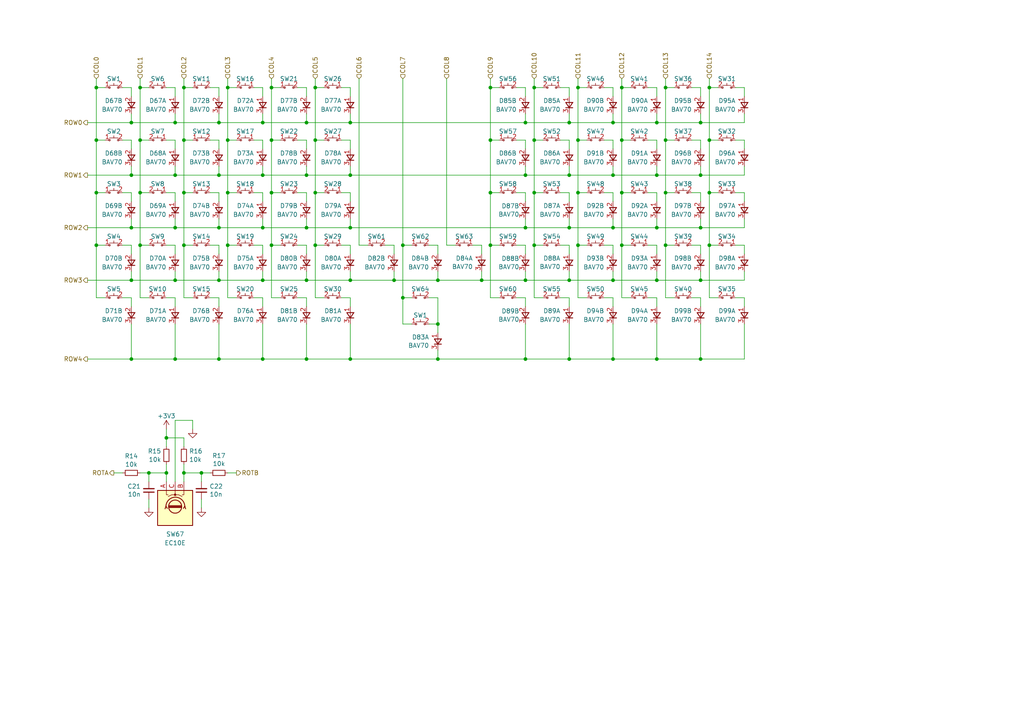
<source format=kicad_sch>
(kicad_sch (version 20230121) (generator eeschema)
  (paper "A4")
  (title_block (title "Honeydew unified split ergonomic keyboard") (date "2023-08-29") (rev "V3.0") (company "Created by Ariamelon (https://github.com/Ariamelon/Honeydew/)") (comment 1 "All capacitors 50V unless otherwise specified.") (comment 2 "Follows the VIK standard by Sadek Baroudi (https://github.com/sadekbaroudi/VIK)") (comment 3 "Licensed under CC BY 4.0."))
  (junction (at 152.4 104.14))
  (junction (at 78.74 25.4))
  (junction (at 101.6 66.04))
  (junction (at 167.64 71.12))
  (junction (at 43.18 137.16))
  (junction (at 38.1 35.56))
  (junction (at 116.84 71.12))
  (junction (at 154.94 55.88))
  (junction (at 50.8 35.56))
  (junction (at 101.6 35.56))
  (junction (at 190.5 35.56))
  (junction (at 152.4 50.8))
  (junction (at 76.2 81.28))
  (junction (at 48.26 127))
  (junction (at 203.2 81.28))
  (junction (at 38.1 104.14))
  (junction (at 101.6 81.28))
  (junction (at 88.9 50.8))
  (junction (at 203.2 66.04))
  (junction (at 38.1 50.8))
  (junction (at 152.4 66.04))
  (junction (at 180.34 71.12))
  (junction (at 165.1 50.8))
  (junction (at 40.64 55.88))
  (junction (at 205.74 71.12))
  (junction (at 180.34 55.88))
  (junction (at 152.4 81.28))
  (junction (at 167.64 25.4))
  (junction (at 203.2 50.8))
  (junction (at 40.64 25.4))
  (junction (at 50.8 81.28))
  (junction (at 116.84 86.36))
  (junction (at 165.1 81.28))
  (junction (at 177.8 104.14))
  (junction (at 193.04 40.64))
  (junction (at 27.94 55.88))
  (junction (at 50.8 50.8))
  (junction (at 78.74 55.88))
  (junction (at 190.5 50.8))
  (junction (at 165.1 35.56))
  (junction (at 78.74 71.12))
  (junction (at 91.44 55.88))
  (junction (at 27.94 25.4))
  (junction (at 66.04 55.88))
  (junction (at 53.34 71.12))
  (junction (at 53.34 137.16))
  (junction (at 154.94 40.64))
  (junction (at 165.1 66.04))
  (junction (at 177.8 50.8))
  (junction (at 88.9 81.28))
  (junction (at 53.34 55.88))
  (junction (at 114.3 81.28))
  (junction (at 142.24 25.4))
  (junction (at 78.74 40.64))
  (junction (at 50.8 66.04))
  (junction (at 167.64 40.64))
  (junction (at 27.94 40.64))
  (junction (at 50.8 104.14))
  (junction (at 76.2 104.14))
  (junction (at 91.44 40.64))
  (junction (at 205.74 40.64))
  (junction (at 165.1 104.14))
  (junction (at 40.64 71.12))
  (junction (at 76.2 66.04))
  (junction (at 152.4 35.56))
  (junction (at 205.74 55.88))
  (junction (at 58.42 137.16))
  (junction (at 91.44 71.12))
  (junction (at 193.04 71.12))
  (junction (at 190.5 66.04))
  (junction (at 142.24 71.12))
  (junction (at 142.24 55.88))
  (junction (at 177.8 66.04))
  (junction (at 177.8 35.56))
  (junction (at 27.94 71.12))
  (junction (at 76.2 35.56))
  (junction (at 205.74 25.4))
  (junction (at 40.64 40.64))
  (junction (at 180.34 25.4))
  (junction (at 101.6 50.8))
  (junction (at 127 93.98))
  (junction (at 190.5 81.28))
  (junction (at 38.1 81.28))
  (junction (at 38.1 66.04))
  (junction (at 63.5 50.8))
  (junction (at 76.2 50.8))
  (junction (at 127 81.28))
  (junction (at 167.64 55.88))
  (junction (at 63.5 104.14))
  (junction (at 101.6 104.14))
  (junction (at 63.5 81.28))
  (junction (at 91.44 25.4))
  (junction (at 203.2 35.56))
  (junction (at 66.04 40.64))
  (junction (at 180.34 40.64))
  (junction (at 142.24 40.64))
  (junction (at 63.5 66.04))
  (junction (at 63.5 35.56))
  (junction (at 177.8 81.28))
  (junction (at 53.34 25.4))
  (junction (at 88.9 66.04))
  (junction (at 66.04 71.12))
  (junction (at 203.2 104.14))
  (junction (at 53.34 40.64))
  (junction (at 193.04 55.88))
  (junction (at 154.94 71.12))
  (junction (at 48.26 137.16))
  (junction (at 190.5 104.14))
  (junction (at 88.9 35.56))
  (junction (at 88.9 104.14))
  (junction (at 139.7 81.28))
  (junction (at 127 104.14))
  (junction (at 193.04 25.4))
  (junction (at 66.04 25.4))
  (junction (at 154.94 25.4))
  (wire (pts (xy 203.2 40.64) (xy 200.66 40.64)))
  (wire (pts (xy 190.5 81.28) (xy 203.2 81.28)))
  (wire (pts (xy 48.26 139.7) (xy 48.26 137.16)))
  (wire (pts (xy 88.9 66.04) (xy 88.9 63.5)))
  (wire (pts (xy 177.8 55.88) (xy 177.8 58.42)))
  (wire (pts (xy 101.6 40.64) (xy 99.06 40.64)))
  (wire (pts (xy 190.5 55.88) (xy 187.96 55.88)))
  (wire (pts (xy 127 73.66) (xy 127 71.12)))
  (wire (pts (xy 205.74 71.12) (xy 205.74 86.36)))
  (wire (pts (xy 101.6 50.8) (xy 152.4 50.8)))
  (wire (pts (xy 40.64 22.86) (xy 40.64 25.4)))
  (wire (pts (xy 63.5 55.88) (xy 60.96 55.88)))
  (wire (pts (xy 63.5 40.64) (xy 60.96 40.64)))
  (wire (pts (xy 165.1 81.28) (xy 177.8 81.28)))
  (wire (pts (xy 50.8 73.66) (xy 50.8 71.12)))
  (wire (pts (xy 193.04 86.36) (xy 195.58 86.36)))
  (wire (pts (xy 193.04 55.88) (xy 193.04 71.12)))
  (wire (pts (xy 190.5 40.64) (xy 187.96 40.64)))
  (wire (pts (xy 88.9 73.66) (xy 88.9 71.12)))
  (wire (pts (xy 40.64 71.12) (xy 40.64 86.36)))
  (wire (pts (xy 190.5 71.12) (xy 187.96 71.12)))
  (wire (pts (xy 25.4 35.56) (xy 38.1 35.56)))
  (wire (pts (xy 50.8 58.42) (xy 50.8 55.88)))
  (wire (pts (xy 101.6 25.4) (xy 101.6 27.94)))
  (wire (pts (xy 203.2 33.02) (xy 203.2 35.56)))
  (wire (pts (xy 193.04 71.12) (xy 193.04 86.36)))
  (wire (pts (xy 76.2 58.42) (xy 76.2 55.88)))
  (wire (pts (xy 167.64 71.12) (xy 167.64 86.36)))
  (wire (pts (xy 182.88 40.64) (xy 180.34 40.64)))
  (wire (pts (xy 203.2 50.8) (xy 190.5 50.8)))
  (wire (pts (xy 203.2 71.12) (xy 203.2 73.66)))
  (wire (pts (xy 177.8 66.04) (xy 190.5 66.04)))
  (wire (pts (xy 165.1 88.9) (xy 165.1 86.36)))
  (wire (pts (xy 127 81.28) (xy 139.7 81.28)))
  (wire (pts (xy 78.74 40.64) (xy 78.74 55.88)))
  (wire (pts (xy 40.64 25.4) (xy 40.64 40.64)))
  (wire (pts (xy 165.1 55.88) (xy 162.56 55.88)))
  (wire (pts (xy 101.6 86.36) (xy 99.06 86.36)))
  (wire (pts (xy 203.2 50.8) (xy 215.9 50.8)))
  (wire (pts (xy 101.6 35.56) (xy 152.4 35.56)))
  (wire (pts (xy 66.04 71.12) (xy 66.04 86.36)))
  (wire (pts (xy 165.1 81.28) (xy 165.1 78.74)))
  (wire (pts (xy 152.4 50.8) (xy 165.1 50.8)))
  (wire (pts (xy 116.84 22.86) (xy 116.84 71.12)))
  (wire (pts (xy 38.1 40.64) (xy 35.56 40.64)))
  (wire (pts (xy 157.48 71.12) (xy 154.94 71.12)))
  (wire (pts (xy 88.9 25.4) (xy 86.36 25.4)))
  (wire (pts (xy 101.6 81.28) (xy 114.3 81.28)))
  (wire (pts (xy 91.44 25.4) (xy 93.98 25.4)))
  (wire (pts (xy 165.1 55.88) (xy 165.1 58.42)))
  (wire (pts (xy 142.24 22.86) (xy 142.24 25.4)))
  (wire (pts (xy 101.6 88.9) (xy 101.6 86.36)))
  (wire (pts (xy 38.1 50.8) (xy 50.8 50.8)))
  (wire (pts (xy 152.4 40.64) (xy 149.86 40.64)))
  (wire (pts (xy 76.2 27.94) (xy 76.2 25.4)))
  (wire (pts (xy 88.9 81.28) (xy 88.9 78.74)))
  (wire (pts (xy 205.74 40.64) (xy 205.74 55.88)))
  (wire (pts (xy 88.9 35.56) (xy 101.6 35.56)))
  (wire (pts (xy 144.78 55.88) (xy 142.24 55.88)))
  (wire (pts (xy 177.8 50.8) (xy 190.5 50.8)))
  (wire (pts (xy 55.88 55.88) (xy 53.34 55.88)))
  (wire (pts (xy 88.9 81.28) (xy 101.6 81.28)))
  (wire (pts (xy 142.24 55.88) (xy 142.24 71.12)))
  (wire (pts (xy 203.2 86.36) (xy 200.66 86.36)))
  (wire (pts (xy 50.8 66.04) (xy 50.8 63.5)))
  (wire (pts (xy 190.5 88.9) (xy 190.5 86.36)))
  (wire (pts (xy 205.74 55.88) (xy 205.74 71.12)))
  (wire (pts (xy 38.1 66.04) (xy 38.1 63.5)))
  (wire (pts (xy 63.5 66.04) (xy 76.2 66.04)))
  (wire (pts (xy 195.58 55.88) (xy 193.04 55.88)))
  (wire (pts (xy 154.94 22.86) (xy 154.94 25.4)))
  (wire (pts (xy 78.74 25.4) (xy 78.74 40.64)))
  (wire (pts (xy 152.4 71.12) (xy 149.86 71.12)))
  (wire (pts (xy 66.04 40.64) (xy 66.04 55.88)))
  (wire (pts (xy 81.28 55.88) (xy 78.74 55.88)))
  (wire (pts (xy 215.9 81.28) (xy 215.9 78.74)))
  (wire (pts (xy 177.8 88.9) (xy 177.8 86.36)))
  (wire (pts (xy 165.1 25.4) (xy 165.1 27.94)))
  (wire (pts (xy 38.1 71.12) (xy 35.56 71.12)))
  (wire (pts (xy 25.4 81.28) (xy 38.1 81.28)))
  (wire (pts (xy 63.5 81.28) (xy 76.2 81.28)))
  (wire (pts (xy 63.5 81.28) (xy 63.5 78.74)))
  (wire (pts (xy 38.1 43.18) (xy 38.1 40.64)))
  (wire (pts (xy 114.3 73.66) (xy 114.3 71.12)))
  (wire (pts (xy 66.04 25.4) (xy 66.04 40.64)))
  (wire (pts (xy 139.7 73.66) (xy 139.7 71.12)))
  (wire (pts (xy 177.8 104.14) (xy 190.5 104.14)))
  (wire (pts (xy 203.2 35.56) (xy 190.5 35.56)))
  (wire (pts (xy 208.28 40.64) (xy 205.74 40.64)))
  (wire (pts (xy 63.5 43.18) (xy 63.5 40.64)))
  (wire (pts (xy 190.5 55.88) (xy 190.5 58.42)))
  (wire (pts (xy 76.2 43.18) (xy 76.2 40.64)))
  (wire (pts (xy 101.6 78.74) (xy 101.6 81.28)))
  (wire (pts (xy 177.8 55.88) (xy 175.26 55.88)))
  (wire (pts (xy 180.34 22.86) (xy 180.34 25.4)))
  (wire (pts (xy 124.46 93.98) (xy 127 93.98)))
  (wire (pts (xy 215.9 27.94) (xy 215.9 25.4)))
  (wire (pts (xy 190.5 63.5) (xy 190.5 66.04)))
  (wire (pts (xy 88.9 50.8) (xy 101.6 50.8)))
  (wire (pts (xy 63.5 35.56) (xy 63.5 33.02)))
  (wire (pts (xy 91.44 25.4) (xy 91.44 40.64)))
  (wire (pts (xy 53.34 134.62) (xy 53.34 137.16)))
  (wire (pts (xy 66.04 86.36) (xy 68.58 86.36)))
  (wire (pts (xy 53.34 22.86) (xy 53.34 25.4)))
  (wire (pts (xy 43.18 25.4) (xy 40.64 25.4)))
  (wire (pts (xy 50.8 121.92) (xy 55.88 121.92)))
  (wire (pts (xy 33.02 137.16) (xy 35.56 137.16)))
  (wire (pts (xy 50.8 43.18) (xy 50.8 40.64)))
  (wire (pts (xy 63.5 27.94) (xy 63.5 25.4)))
  (wire (pts (xy 43.18 144.78) (xy 43.18 147.32)))
  (wire (pts (xy 127 104.14) (xy 152.4 104.14)))
  (wire (pts (xy 152.4 86.36) (xy 149.86 86.36)))
  (wire (pts (xy 76.2 88.9) (xy 76.2 86.36)))
  (wire (pts (xy 170.18 71.12) (xy 167.64 71.12)))
  (wire (pts (xy 30.48 71.12) (xy 27.94 71.12)))
  (wire (pts (xy 38.1 55.88) (xy 35.56 55.88)))
  (wire (pts (xy 203.2 40.64) (xy 203.2 43.18)))
  (wire (pts (xy 53.34 139.7) (xy 53.34 137.16)))
  (wire (pts (xy 88.9 43.18) (xy 88.9 40.64)))
  (wire (pts (xy 190.5 35.56) (xy 190.5 33.02)))
  (wire (pts (xy 154.94 55.88) (xy 154.94 71.12)))
  (wire (pts (xy 63.5 58.42) (xy 63.5 55.88)))
  (wire (pts (xy 88.9 66.04) (xy 101.6 66.04)))
  (wire (pts (xy 63.5 88.9) (xy 63.5 86.36)))
  (wire (pts (xy 116.84 86.36) (xy 119.38 86.36)))
  (wire (pts (xy 203.2 104.14) (xy 190.5 104.14)))
  (wire (pts (xy 91.44 22.86) (xy 91.44 25.4)))
  (wire (pts (xy 203.2 66.04) (xy 190.5 66.04)))
  (wire (pts (xy 55.88 25.4) (xy 53.34 25.4)))
  (wire (pts (xy 76.2 81.28) (xy 88.9 81.28)))
  (wire (pts (xy 43.18 71.12) (xy 40.64 71.12)))
  (wire (pts (xy 40.64 55.88) (xy 40.64 71.12)))
  (wire (pts (xy 177.8 35.56) (xy 190.5 35.56)))
  (wire (pts (xy 177.8 81.28) (xy 190.5 81.28)))
  (wire (pts (xy 177.8 86.36) (xy 175.26 86.36)))
  (wire (pts (xy 43.18 139.7) (xy 43.18 137.16)))
  (wire (pts (xy 127 86.36) (xy 127 93.98)))
  (wire (pts (xy 43.18 137.16) (xy 40.64 137.16)))
  (wire (pts (xy 88.9 25.4) (xy 88.9 27.94)))
  (wire (pts (xy 177.8 71.12) (xy 175.26 71.12)))
  (wire (pts (xy 27.94 86.36) (xy 30.48 86.36)))
  (wire (pts (xy 91.44 40.64) (xy 91.44 55.88)))
  (wire (pts (xy 27.94 71.12) (xy 27.94 86.36)))
  (wire (pts (xy 165.1 50.8) (xy 165.1 48.26)))
  (wire (pts (xy 53.34 129.54) (xy 53.34 127)))
  (wire (pts (xy 142.24 40.64) (xy 144.78 40.64)))
  (wire (pts (xy 76.2 66.04) (xy 88.9 66.04)))
  (wire (pts (xy 139.7 78.74) (xy 139.7 81.28)))
  (wire (pts (xy 165.1 25.4) (xy 162.56 25.4)))
  (wire (pts (xy 58.42 144.78) (xy 58.42 147.32)))
  (wire (pts (xy 101.6 48.26) (xy 101.6 50.8)))
  (wire (pts (xy 76.2 104.14) (xy 88.9 104.14)))
  (wire (pts (xy 50.8 27.94) (xy 50.8 25.4)))
  (wire (pts (xy 88.9 88.9) (xy 88.9 86.36)))
  (wire (pts (xy 88.9 50.8) (xy 88.9 48.26)))
  (wire (pts (xy 78.74 86.36) (xy 81.28 86.36)))
  (wire (pts (xy 154.94 25.4) (xy 154.94 40.64)))
  (wire (pts (xy 25.4 66.04) (xy 38.1 66.04)))
  (wire (pts (xy 116.84 93.98) (xy 116.84 86.36)))
  (wire (pts (xy 152.4 66.04) (xy 152.4 63.5)))
  (wire (pts (xy 93.98 40.64) (xy 91.44 40.64)))
  (wire (pts (xy 63.5 104.14) (xy 63.5 93.98)))
  (wire (pts (xy 195.58 40.64) (xy 193.04 40.64)))
  (wire (pts (xy 104.14 22.86) (xy 104.14 71.12)))
  (wire (pts (xy 177.8 66.04) (xy 177.8 63.5)))
  (wire (pts (xy 40.64 86.36) (xy 43.18 86.36)))
  (wire (pts (xy 55.88 121.92) (xy 55.88 124.46)))
  (wire (pts (xy 53.34 40.64) (xy 53.34 55.88)))
  (wire (pts (xy 215.9 86.36) (xy 215.9 88.9)))
  (wire (pts (xy 203.2 71.12) (xy 200.66 71.12)))
  (wire (pts (xy 142.24 25.4) (xy 144.78 25.4)))
  (wire (pts (xy 165.1 104.14) (xy 165.1 93.98)))
  (wire (pts (xy 48.26 137.16) (xy 43.18 137.16)))
  (wire (pts (xy 165.1 71.12) (xy 162.56 71.12)))
  (wire (pts (xy 205.74 25.4) (xy 205.74 40.64)))
  (wire (pts (xy 50.8 35.56) (xy 50.8 33.02)))
  (wire (pts (xy 180.34 25.4) (xy 180.34 40.64)))
  (wire (pts (xy 76.2 71.12) (xy 73.66 71.12)))
  (wire (pts (xy 76.2 50.8) (xy 88.9 50.8)))
  (wire (pts (xy 177.8 40.64) (xy 177.8 43.18)))
  (wire (pts (xy 38.1 81.28) (xy 38.1 78.74)))
  (wire (pts (xy 27.94 40.64) (xy 30.48 40.64)))
  (wire (pts (xy 78.74 55.88) (xy 78.74 71.12)))
  (wire (pts (xy 154.94 71.12) (xy 154.94 86.36)))
  (wire (pts (xy 127 93.98) (xy 127 96.52)))
  (wire (pts (xy 180.34 71.12) (xy 180.34 86.36)))
  (wire (pts (xy 177.8 25.4) (xy 177.8 27.94)))
  (wire (pts (xy 88.9 104.14) (xy 88.9 93.98)))
  (wire (pts (xy 215.9 66.04) (xy 215.9 63.5)))
  (wire (pts (xy 68.58 40.64) (xy 66.04 40.64)))
  (wire (pts (xy 55.88 40.64) (xy 53.34 40.64)))
  (wire (pts (xy 25.4 104.14) (xy 38.1 104.14)))
  (wire (pts (xy 63.5 50.8) (xy 76.2 50.8)))
  (wire (pts (xy 152.4 104.14) (xy 165.1 104.14)))
  (wire (pts (xy 177.8 35.56) (xy 177.8 33.02)))
  (wire (pts (xy 177.8 71.12) (xy 177.8 73.66)))
  (wire (pts (xy 27.94 40.64) (xy 27.94 55.88)))
  (wire (pts (xy 88.9 58.42) (xy 88.9 55.88)))
  (wire (pts (xy 114.3 78.74) (xy 114.3 81.28)))
  (wire (pts (xy 170.18 55.88) (xy 167.64 55.88)))
  (wire (pts (xy 76.2 86.36) (xy 73.66 86.36)))
  (wire (pts (xy 50.8 55.88) (xy 48.26 55.88)))
  (wire (pts (xy 177.8 25.4) (xy 175.26 25.4)))
  (wire (pts (xy 101.6 66.04) (xy 152.4 66.04)))
  (wire (pts (xy 50.8 81.28) (xy 50.8 78.74)))
  (wire (pts (xy 93.98 55.88) (xy 91.44 55.88)))
  (wire (pts (xy 144.78 71.12) (xy 142.24 71.12)))
  (wire (pts (xy 116.84 71.12) (xy 116.84 86.36)))
  (wire (pts (xy 116.84 71.12) (xy 119.38 71.12)))
  (wire (pts (xy 129.54 71.12) (xy 132.08 71.12)))
  (wire (pts (xy 50.8 35.56) (xy 63.5 35.56)))
  (wire (pts (xy 157.48 40.64) (xy 154.94 40.64)))
  (wire (pts (xy 38.1 35.56) (xy 50.8 35.56)))
  (wire (pts (xy 88.9 71.12) (xy 86.36 71.12)))
  (wire (pts (xy 38.1 58.42) (xy 38.1 55.88)))
  (wire (pts (xy 142.24 71.12) (xy 142.24 86.36)))
  (wire (pts (xy 215.9 40.64) (xy 213.36 40.64)))
  (wire (pts (xy 190.5 40.64) (xy 190.5 43.18)))
  (wire (pts (xy 190.5 25.4) (xy 190.5 27.94)))
  (wire (pts (xy 101.6 33.02) (xy 101.6 35.56)))
  (wire (pts (xy 203.2 55.88) (xy 203.2 58.42)))
  (wire (pts (xy 139.7 81.28) (xy 152.4 81.28)))
  (wire (pts (xy 203.2 35.56) (xy 215.9 35.56)))
  (wire (pts (xy 215.9 43.18) (xy 215.9 40.64)))
  (wire (pts (xy 152.4 35.56) (xy 152.4 33.02)))
  (wire (pts (xy 203.2 88.9) (xy 203.2 86.36)))
  (wire (pts (xy 101.6 104.14) (xy 127 104.14)))
  (wire (pts (xy 76.2 104.14) (xy 76.2 93.98)))
  (wire (pts (xy 38.1 88.9) (xy 38.1 86.36)))
  (wire (pts (xy 205.74 86.36) (xy 208.28 86.36)))
  (wire (pts (xy 215.9 86.36) (xy 213.36 86.36)))
  (wire (pts (xy 165.1 104.14) (xy 177.8 104.14)))
  (wire (pts (xy 152.4 55.88) (xy 152.4 58.42)))
  (wire (pts (xy 203.2 81.28) (xy 203.2 78.74)))
  (wire (pts (xy 50.8 104.14) (xy 63.5 104.14)))
  (wire (pts (xy 154.94 86.36) (xy 157.48 86.36)))
  (wire (pts (xy 101.6 58.42) (xy 101.6 55.88)))
  (wire (pts (xy 53.34 25.4) (xy 53.34 40.64)))
  (wire (pts (xy 63.5 71.12) (xy 60.96 71.12)))
  (wire (pts (xy 177.8 40.64) (xy 175.26 40.64)))
  (wire (pts (xy 203.2 55.88) (xy 200.66 55.88)))
  (wire (pts (xy 203.2 66.04) (xy 215.9 66.04)))
  (wire (pts (xy 27.94 55.88) (xy 27.94 71.12)))
  (wire (pts (xy 76.2 35.56) (xy 88.9 35.56)))
  (wire (pts (xy 48.26 124.46) (xy 48.26 127)))
  (wire (pts (xy 215.9 93.98) (xy 215.9 104.14)))
  (wire (pts (xy 165.1 40.64) (xy 165.1 43.18)))
  (wire (pts (xy 165.1 71.12) (xy 165.1 73.66)))
  (wire (pts (xy 63.5 25.4) (xy 60.96 25.4)))
  (wire (pts (xy 180.34 55.88) (xy 180.34 71.12)))
  (wire (pts (xy 142.24 40.64) (xy 142.24 55.88)))
  (wire (pts (xy 50.8 104.14) (xy 50.8 93.98)))
  (wire (pts (xy 182.88 71.12) (xy 180.34 71.12)))
  (wire (pts (xy 215.9 58.42) (xy 215.9 55.88)))
  (wire (pts (xy 167.64 86.36) (xy 170.18 86.36)))
  (wire (pts (xy 111.76 71.12) (xy 114.3 71.12)))
  (wire (pts (xy 152.4 66.04) (xy 165.1 66.04)))
  (wire (pts (xy 139.7 71.12) (xy 137.16 71.12)))
  (wire (pts (xy 177.8 81.28) (xy 177.8 78.74)))
  (wire (pts (xy 190.5 104.14) (xy 190.5 93.98)))
  (wire (pts (xy 190.5 71.12) (xy 190.5 73.66)))
  (wire (pts (xy 38.1 86.36) (xy 35.56 86.36)))
  (wire (pts (xy 68.58 71.12) (xy 66.04 71.12)))
  (wire (pts (xy 63.5 86.36) (xy 60.96 86.36)))
  (wire (pts (xy 81.28 25.4) (xy 78.74 25.4)))
  (wire (pts (xy 114.3 81.28) (xy 127 81.28)))
  (wire (pts (xy 38.1 35.56) (xy 38.1 33.02)))
  (wire (pts (xy 170.18 40.64) (xy 167.64 40.64)))
  (wire (pts (xy 38.1 66.04) (xy 50.8 66.04)))
  (wire (pts (xy 152.4 40.64) (xy 152.4 43.18)))
  (wire (pts (xy 152.4 104.14) (xy 152.4 93.98)))
  (wire (pts (xy 203.2 25.4) (xy 203.2 27.94)))
  (wire (pts (xy 142.24 86.36) (xy 144.78 86.36)))
  (wire (pts (xy 208.28 55.88) (xy 205.74 55.88)))
  (wire (pts (xy 205.74 22.86) (xy 205.74 25.4)))
  (wire (pts (xy 157.48 55.88) (xy 154.94 55.88)))
  (wire (pts (xy 215.9 35.56) (xy 215.9 33.02)))
  (wire (pts (xy 193.04 40.64) (xy 193.04 55.88)))
  (wire (pts (xy 152.4 25.4) (xy 152.4 27.94)))
  (wire (pts (xy 190.5 50.8) (xy 190.5 48.26)))
  (wire (pts (xy 215.9 81.28) (xy 203.2 81.28)))
  (wire (pts (xy 180.34 86.36) (xy 182.88 86.36)))
  (wire (pts (xy 127 101.6) (xy 127 104.14)))
  (wire (pts (xy 76.2 35.56) (xy 76.2 33.02)))
  (wire (pts (xy 167.64 55.88) (xy 167.64 71.12)))
  (wire (pts (xy 177.8 104.14) (xy 177.8 93.98)))
  (wire (pts (xy 88.9 104.14) (xy 101.6 104.14)))
  (wire (pts (xy 203.2 50.8) (xy 203.2 48.26)))
  (wire (pts (xy 63.5 104.14) (xy 76.2 104.14)))
  (wire (pts (xy 124.46 71.12) (xy 127 71.12)))
  (wire (pts (xy 50.8 71.12) (xy 48.26 71.12)))
  (wire (pts (xy 195.58 25.4) (xy 193.04 25.4)))
  (wire (pts (xy 165.1 35.56) (xy 177.8 35.56)))
  (wire (pts (xy 182.88 25.4) (xy 180.34 25.4)))
  (wire (pts (xy 165.1 40.64) (xy 162.56 40.64)))
  (wire (pts (xy 91.44 55.88) (xy 91.44 71.12)))
  (wire (pts (xy 78.74 71.12) (xy 78.74 86.36)))
  (wire (pts (xy 193.04 25.4) (xy 193.04 40.64)))
  (wire (pts (xy 66.04 22.86) (xy 66.04 25.4)))
  (wire (pts (xy 40.64 40.64) (xy 40.64 55.88)))
  (wire (pts (xy 124.46 86.36) (xy 127 86.36)))
  (wire (pts (xy 101.6 63.5) (xy 101.6 66.04)))
  (wire (pts (xy 91.44 86.36) (xy 93.98 86.36)))
  (wire (pts (xy 76.2 81.28) (xy 76.2 78.74)))
  (wire (pts (xy 152.4 35.56) (xy 165.1 35.56)))
  (wire (pts (xy 101.6 73.66) (xy 101.6 71.12)))
  (wire (pts (xy 38.1 104.14) (xy 50.8 104.14)))
  (wire (pts (xy 50.8 50.8) (xy 50.8 48.26)))
  (wire (pts (xy 76.2 50.8) (xy 76.2 48.26)))
  (wire (pts (xy 78.74 22.86) (xy 78.74 25.4)))
  (wire (pts (xy 152.4 50.8) (xy 152.4 48.26)))
  (wire (pts (xy 38.1 73.66) (xy 38.1 71.12)))
  (wire (pts (xy 195.58 71.12) (xy 193.04 71.12)))
  (wire (pts (xy 101.6 43.18) (xy 101.6 40.64)))
  (wire (pts (xy 63.5 50.8) (xy 63.5 48.26)))
  (wire (pts (xy 165.1 86.36) (xy 162.56 86.36)))
  (wire (pts (xy 43.18 40.64) (xy 40.64 40.64)))
  (wire (pts (xy 30.48 55.88) (xy 27.94 55.88)))
  (wire (pts (xy 68.58 25.4) (xy 66.04 25.4)))
  (wire (pts (xy 66.04 55.88) (xy 66.04 71.12)))
  (wire (pts (xy 203.2 25.4) (xy 200.66 25.4)))
  (wire (pts (xy 88.9 40.64) (xy 86.36 40.64)))
  (wire (pts (xy 165.1 50.8) (xy 177.8 50.8)))
  (wire (pts (xy 27.94 25.4) (xy 27.94 40.64)))
  (wire (pts (xy 48.26 129.54) (xy 48.26 127)))
  (wire (pts (xy 88.9 55.88) (xy 86.36 55.88)))
  (wire (pts (xy 165.1 66.04) (xy 177.8 66.04)))
  (wire (pts (xy 63.5 66.04) (xy 63.5 63.5)))
  (wire (pts (xy 76.2 55.88) (xy 73.66 55.88)))
  (wire (pts (xy 38.1 104.14) (xy 38.1 93.98)))
  (wire (pts (xy 63.5 73.66) (xy 63.5 71.12)))
  (wire (pts (xy 101.6 71.12) (xy 99.06 71.12)))
  (wire (pts (xy 53.34 55.88) (xy 53.34 71.12)))
  (wire (pts (xy 190.5 81.28) (xy 190.5 78.74)))
  (wire (pts (xy 38.1 25.4) (xy 35.56 25.4)))
  (wire (pts (xy 38.1 27.94) (xy 38.1 25.4)))
  (wire (pts (xy 208.28 71.12) (xy 205.74 71.12)))
  (wire (pts (xy 215.9 50.8) (xy 215.9 48.26)))
  (wire (pts (xy 50.8 66.04) (xy 63.5 66.04)))
  (wire (pts (xy 76.2 73.66) (xy 76.2 71.12)))
  (wire (pts (xy 27.94 25.4) (xy 30.48 25.4)))
  (wire (pts (xy 50.8 40.64) (xy 48.26 40.64)))
  (wire (pts (xy 53.34 86.36) (xy 55.88 86.36)))
  (wire (pts (xy 38.1 81.28) (xy 50.8 81.28)))
  (wire (pts (xy 68.58 137.16) (xy 66.04 137.16)))
  (wire (pts (xy 91.44 71.12) (xy 91.44 86.36)))
  (wire (pts (xy 167.64 25.4) (xy 167.64 40.64)))
  (wire (pts (xy 25.4 50.8) (xy 38.1 50.8)))
  (wire (pts (xy 152.4 71.12) (xy 152.4 73.66)))
  (wire (pts (xy 55.88 71.12) (xy 53.34 71.12)))
  (wire (pts (xy 76.2 25.4) (xy 73.66 25.4)))
  (wire (pts (xy 177.8 50.8) (xy 177.8 48.26)))
  (wire (pts (xy 170.18 25.4) (xy 167.64 25.4)))
  (wire (pts (xy 58.42 137.16) (xy 60.96 137.16)))
  (wire (pts (xy 63.5 35.56) (xy 76.2 35.56)))
  (wire (pts (xy 81.28 71.12) (xy 78.74 71.12)))
  (wire (pts (xy 203.2 104.14) (xy 203.2 93.98)))
  (wire (pts (xy 182.88 55.88) (xy 180.34 55.88)))
  (wire (pts (xy 43.18 55.88) (xy 40.64 55.88)))
  (wire (pts (xy 152.4 81.28) (xy 152.4 78.74)))
  (wire (pts (xy 157.48 25.4) (xy 154.94 25.4)))
  (wire (pts (xy 50.8 88.9) (xy 50.8 86.36)))
  (wire (pts (xy 152.4 81.28) (xy 165.1 81.28)))
  (wire (pts (xy 152.4 55.88) (xy 149.86 55.88)))
  (wire (pts (xy 208.28 25.4) (xy 205.74 25.4)))
  (wire (pts (xy 154.94 40.64) (xy 154.94 55.88)))
  (wire (pts (xy 76.2 40.64) (xy 73.66 40.64)))
  (wire (pts (xy 165.1 35.56) (xy 165.1 33.02)))
  (wire (pts (xy 190.5 25.4) (xy 187.96 25.4)))
  (wire (pts (xy 142.24 25.4) (xy 142.24 40.64)))
  (wire (pts (xy 180.34 40.64) (xy 180.34 55.88)))
  (wire (pts (xy 88.9 35.56) (xy 88.9 33.02)))
  (wire (pts (xy 48.26 134.62) (xy 48.26 137.16)))
  (wire (pts (xy 101.6 55.88) (xy 99.06 55.88)))
  (wire (pts (xy 215.9 25.4) (xy 213.36 25.4)))
  (wire (pts (xy 81.28 40.64) (xy 78.74 40.64)))
  (wire (pts (xy 203.2 104.14) (xy 215.9 104.14)))
  (wire (pts (xy 215.9 71.12) (xy 213.36 71.12)))
  (wire (pts (xy 167.64 40.64) (xy 167.64 55.88)))
  (wire (pts (xy 53.34 71.12) (xy 53.34 86.36)))
  (wire (pts (xy 27.94 22.86) (xy 27.94 25.4)))
  (wire (pts (xy 50.8 50.8) (xy 63.5 50.8)))
  (wire (pts (xy 127 78.74) (xy 127 81.28)))
  (wire (pts (xy 50.8 25.4) (xy 48.26 25.4)))
  (wire (pts (xy 50.8 81.28) (xy 63.5 81.28)))
  (wire (pts (xy 50.8 139.7) (xy 50.8 121.92)))
  (wire (pts (xy 119.38 93.98) (xy 116.84 93.98)))
  (wire (pts (xy 93.98 71.12) (xy 91.44 71.12)))
  (wire (pts (xy 58.42 139.7) (xy 58.42 137.16)))
  (wire (pts (xy 165.1 63.5) (xy 165.1 66.04)))
  (wire (pts (xy 190.5 86.36) (xy 187.96 86.36)))
  (wire (pts (xy 88.9 86.36) (xy 86.36 86.36)))
  (wire (pts (xy 53.34 137.16) (xy 58.42 137.16)))
  (wire (pts (xy 129.54 22.86) (xy 129.54 71.12)))
  (wire (pts (xy 215.9 73.66) (xy 215.9 71.12)))
  (wire (pts (xy 193.04 22.86) (xy 193.04 25.4)))
  (wire (pts (xy 38.1 50.8) (xy 38.1 48.26)))
  (wire (pts (xy 68.58 55.88) (xy 66.04 55.88)))
  (wire (pts (xy 203.2 66.04) (xy 203.2 63.5)))
  (wire (pts (xy 167.64 22.86) (xy 167.64 25.4)))
  (wire (pts (xy 50.8 86.36) (xy 48.26 86.36)))
  (wire (pts (xy 215.9 55.88) (xy 213.36 55.88)))
  (wire (pts (xy 76.2 66.04) (xy 76.2 63.5)))
  (wire (pts (xy 152.4 25.4) (xy 149.86 25.4)))
  (wire (pts (xy 152.4 88.9) (xy 152.4 86.36)))
  (wire (pts (xy 101.6 25.4) (xy 99.06 25.4)))
  (wire (pts (xy 101.6 93.98) (xy 101.6 104.14)))
  (wire (pts (xy 48.26 127) (xy 53.34 127)))
  (wire (pts (xy 104.14 71.12) (xy 106.68 71.12)))
  (hierarchical_label "COL2" (shape input) (at 53.34 22.86 90))
  (hierarchical_label "COL12" (shape input) (at 180.34 22.86 90))
  (hierarchical_label "ROW2" (shape output) (at 25.4 66.04 180))
  (hierarchical_label "ROTB" (shape output) (at 68.58 137.16 0))
  (hierarchical_label "COL4" (shape input) (at 78.74 22.86 90))
  (hierarchical_label "COL1" (shape input) (at 40.64 22.86 90))
  (hierarchical_label "ROW1" (shape output) (at 25.4 50.8 180))
  (hierarchical_label "COL0" (shape input) (at 27.94 22.86 90))
  (hierarchical_label "COL5" (shape input) (at 91.44 22.86 90))
  (hierarchical_label "COL14" (shape input) (at 205.74 22.86 90))
  (hierarchical_label "COL8" (shape input) (at 129.54 22.86 90))
  (hierarchical_label "COL3" (shape input) (at 66.04 22.86 90))
  (hierarchical_label "COL6" (shape input) (at 104.14 22.86 90))
  (hierarchical_label "COL10" (shape input) (at 154.94 22.86 90))
  (hierarchical_label "COL13" (shape input) (at 193.04 22.86 90))
  (hierarchical_label "ROW4" (shape output) (at 25.4 104.14 180))
  (hierarchical_label "ROTA" (shape output) (at 33.02 137.16 180))
  (hierarchical_label "ROW0" (shape output) (at 25.4 35.56 180))
  (hierarchical_label "COL11" (shape input) (at 167.64 22.86 90))
  (hierarchical_label "COL7" (shape input) (at 116.84 22.86 90))
  (hierarchical_label "ROW3" (shape output) (at 25.4 81.28 180))
  (hierarchical_label "COL9" (shape input) (at 142.24 22.86 90))
  (symbol (lib_id "Ariamelon-Switch:SW_Push_Small") (at 83.82 40.64 0) (unit 1)
    (property "Reference" "SW22" (at 83.82 38.1 0))
    (property "Value" "CPG151101S11" (effects hide))
    (property "Footprint" "Ariamelon-Switch:SW_MX_1U_Hotswap" (effects hide))
    (property "Description" "Kailh hotswap sockets" (effects hide))
  )
  (symbol (lib_id "Ariamelon-Switch:SW_Push_Small") (at 58.42 71.12 0) (unit 1)
    (property "Reference" "SW14" (at 58.42 68.58 0))
    (property "Value" "CPG151101S11" (effects hide))
    (property "Footprint" "Ariamelon-Switch:SW_MX_1U_Hotswap" (effects hide))
    (property "Description" "Kailh hotswap sockets" (effects hide))
  )
  (symbol (lib_id "Ariamelon-Switch:SW_Push_Small") (at 71.12 86.36 0) (mirror y) (unit 1)
    (property "Reference" "SW20" (at 71.12 83.82 0))
    (property "Value" "CPG151101S11" (effects hide))
    (property "Footprint" "Ariamelon-Switch:SW_MX_1U_Hotswap" (effects hide))
    (property "Description" "Kailh hotswap sockets" (effects hide))
  )
  (symbol (lib_id "Ariamelon-Switch:SW_Push_Small") (at 33.02 25.4 0) (unit 1)
    (property "Reference" "SW1" (at 33.02 22.86 0))
    (property "Value" "CPG151101S11" (effects hide))
    (property "Footprint" "Ariamelon-Switch:SW_MX_1U_Hotswap" (effects hide))
    (property "Description" "Kailh hotswap sockets" (effects hide))
  )
  (symbol (lib_id "Ariamelon-Device:D_Dual_CommonCathode_AAK_Split_Small") (at 101.6 30.48 270) (unit 1)
    (property "Reference" "D77" (at 99.06 29.21 90) (effects (justify right)))
    (property "Value" "BAV70" (at 99.06 31.75 90) (effects (justify right)))
    (property "Footprint" "Ariamelon-Package:SOT-23-3" (effects hide))
    (property "LCSC" "C68978" (effects hide))
  )
  (symbol (lib_id "Ariamelon-Device:D_Dual_CommonCathode_AAK_Split_Small") (at 101.6 76.2 270) (unit 1)
    (property "Reference" "D80" (at 99.06 74.93 90) (effects (justify right)))
    (property "Value" "BAV70" (at 99.06 77.47 90) (effects (justify right)))
    (property "Footprint" "Ariamelon-Package:SOT-23-3" (effects hide))
    (property "LCSC" "C68978" (effects hide))
  )
  (symbol (lib_id "Ariamelon-Switch:SW_Push_Small") (at 198.12 40.64 0) (unit 1)
    (property "Reference" "SW37" (at 198.12 38.1 0))
    (property "Value" "CPG151101S11" (effects hide))
    (property "Footprint" "Ariamelon-Switch:SW_MX_1U_Hotswap" (effects hide))
    (property "Description" "Kailh hotswap sockets" (effects hide))
  )
  (symbol (lib_id "Ariamelon-Device:D_Dual_CommonCathode_AAK_Split_Small") (at 139.7 76.2 270) (unit 1)
    (property "Reference" "D84" (at 137.16 74.93 90) (effects (justify right)))
    (property "Value" "BAV70" (at 137.16 77.3542 90) (effects (justify right)))
    (property "Footprint" "Ariamelon-Package:SOT-23-3" (effects hide))
    (property "LCSC" "C68978" (effects hide))
  )
  (symbol (lib_id "Ariamelon-Device:D_Dual_CommonCathode_AAK_Split_Small") (at 165.1 60.96 270) (unit 1)
    (property "Reference" "D87" (at 162.56 59.69 90) (effects (justify right)))
    (property "Value" "BAV70" (at 162.56 62.23 90) (effects (justify right)))
    (property "Footprint" "Ariamelon-Package:SOT-23-3" (effects hide))
    (property "LCSC" "C68978" (effects hide))
  )
  (symbol (lib_id "Ariamelon-Switch:SW_Push_Small") (at 185.42 25.4 0) (mirror y) (unit 1)
    (property "Reference" "SW41" (at 185.42 22.86 0))
    (property "Value" "CPG151101S11" (effects hide))
    (property "Footprint" "Ariamelon-Switch:SW_MX_1U_Hotswap" (effects hide))
    (property "Description" "Kailh hotswap sockets" (effects hide))
  )
  (symbol (lib_id "Ariamelon-Device:D_Dual_CommonCathode_AAK_Split_Small") (at 152.4 76.2 270) (unit 2)
    (property "Reference" "D88" (at 150.622 74.9879 90) (effects (justify right)))
    (property "Value" "BAV70" (at 150.622 77.4121 90) (effects (justify right)))
    (property "Footprint" "Ariamelon-Package:SOT-23-3" (effects hide))
    (property "LCSC" "C68978" (effects hide))
  )
  (symbol (lib_id "Ariamelon-Device:D_Dual_CommonCathode_AAK_Split_Small") (at 63.5 30.48 270) (unit 2)
    (property "Reference" "D72" (at 60.96 29.21 90) (effects (justify right)))
    (property "Value" "BAV70" (at 60.96 31.75 90) (effects (justify right)))
    (property "Footprint" "Ariamelon-Package:SOT-23-3" (effects hide))
    (property "LCSC" "C68978" (effects hide))
  )
  (symbol (lib_id "Ariamelon-Switch:SW_Push_Small") (at 33.02 86.36 0) (unit 1)
    (property "Reference" "SW5" (at 33.02 83.82 0))
    (property "Value" "CPG151101S11" (effects hide))
    (property "Footprint" "Ariamelon-Switch:SW_MX_1U_Hotswap" (effects hide))
    (property "Description" "Kailh hotswap sockets" (effects hide))
  )
  (symbol (lib_id "Ariamelon-Device:D_Dual_CommonCathode_AAK_Split_Small") (at 101.6 91.44 270) (unit 1)
    (property "Reference" "D81" (at 99.06 90.17 90) (effects (justify right)))
    (property "Value" "BAV70" (at 99.06 92.71 90) (effects (justify right)))
    (property "Footprint" "Ariamelon-Package:SOT-23-3" (effects hide))
    (property "LCSC" "C68978" (effects hide))
  )
  (symbol (lib_id "Ariamelon-Switch:SW_Push_Small") (at 83.82 55.88 0) (unit 1)
    (property "Reference" "SW23" (at 83.82 53.34 0))
    (property "Value" "CPG151101S11" (effects hide))
    (property "Footprint" "Ariamelon-Switch:SW_MX_1U_Hotswap" (effects hide))
    (property "Description" "Kailh hotswap sockets" (effects hide))
  )
  (symbol (lib_id "Ariamelon-Switch:SW_Push_Small") (at 172.72 71.12 0) (unit 1)
    (property "Reference" "SW49" (at 172.72 68.58 0))
    (property "Value" "CPG151101S11" (effects hide))
    (property "Footprint" "Ariamelon-Switch:SW_MX_1U_Hotswap" (effects hide))
    (property "Description" "Kailh hotswap sockets" (effects hide))
  )
  (symbol (lib_id "Ariamelon-Device:D_Dual_CommonCathode_AAK_Split_Small") (at 152.4 91.44 270) (unit 2)
    (property "Reference" "D89" (at 150.622 90.2279 90) (effects (justify right)))
    (property "Value" "BAV70" (at 150.622 92.6521 90) (effects (justify right)))
    (property "Footprint" "Ariamelon-Package:SOT-23-3" (effects hide))
    (property "LCSC" "C68978" (effects hide))
  )
  (symbol (lib_id "Ariamelon-Device:D_Dual_CommonCathode_AAK_Split_Small") (at 50.8 76.2 270) (unit 1)
    (property "Reference" "D70" (at 48.26 74.93 90) (effects (justify right)))
    (property "Value" "BAV70" (at 48.26 77.47 90) (effects (justify right)))
    (property "Footprint" "Ariamelon-Package:SOT-23-3" (effects hide))
    (property "LCSC" "C68978" (effects hide))
  )
  (symbol (lib_id "Ariamelon-Device:D_Dual_CommonCathode_AAK_Split_Small") (at 101.6 45.72 270) (unit 1)
    (property "Reference" "D78" (at 99.06 44.45 90) (effects (justify right)))
    (property "Value" "BAV70" (at 99.06 46.99 90) (effects (justify right)))
    (property "Footprint" "Ariamelon-Package:SOT-23-3" (effects hide))
    (property "LCSC" "C68978" (effects hide))
  )
  (symbol (lib_id "Ariamelon-Device:D_Dual_CommonCathode_AAK_Split_Small") (at 127 99.06 270) (unit 1)
    (property "Reference" "D83" (at 124.46 97.79 90) (effects (justify right)))
    (property "Value" "BAV70" (at 124.46 100.2142 90) (effects (justify right)))
    (property "Footprint" "Ariamelon-Package:SOT-23-3" (effects hide))
    (property "LCSC" "C68978" (effects hide))
  )
  (symbol (lib_id "Device:R_Small") (at 53.34 132.08 0) (unit 1)
    (property "Reference" "R16" (at 54.8386 130.8679 0) (effects (justify left)))
    (property "Value" "10k" (at 54.8386 133.2921 0) (effects (justify left)))
    (property "Footprint" "Ariamelon-Device:R_0402_1005Metric" (effects hide))
    (property "Description" "0402 resistor" (effects hide))
    (property "LCSC" "C25744" (effects hide))
  )
  (symbol (lib_id "Ariamelon-Switch:SW_Push_Small") (at 147.32 55.88 0) (unit 1)
    (property "Reference" "SW58" (at 147.32 53.34 0))
    (property "Value" "CPG151101S11" (effects hide))
    (property "Footprint" "Ariamelon-Switch:SW_MX_1U_Hotswap" (effects hide))
    (property "Description" "Kailh hotswap sockets" (effects hide))
  )
  (symbol (lib_id "Ariamelon-Device:D_Dual_CommonCathode_AAK_Split_Small") (at 38.1 60.96 270) (unit 2)
    (property "Reference" "D69" (at 35.56 59.69 90) (effects (justify right)))
    (property "Value" "BAV70" (at 35.56 62.23 90) (effects (justify right)))
    (property "Footprint" "Ariamelon-Package:SOT-23-3" (effects hide))
    (property "LCSC" "C68978" (effects hide))
  )
  (symbol (lib_id "Ariamelon-Switch:SW_Push_Small") (at 185.42 86.36 0) (mirror y) (unit 1)
    (property "Reference" "SW45" (at 185.42 83.82 0))
    (property "Value" "CPG151101S11" (effects hide))
    (property "Footprint" "Ariamelon-Switch:SW_MX_1U_Hotswap" (effects hide))
    (property "Description" "Kailh hotswap sockets" (effects hide))
  )
  (symbol (lib_id "power:+3V3") (at 48.26 124.46 0) (unit 1)
    (property "Reference" "#PWR061" (effects hide))
    (property "Value" "+3V3" (at 48.26 120.65 0))
  )
  (symbol (lib_id "Device:C_Small") (at 43.18 142.24 180) (unit 1)
    (property "Reference" "C21" (at 40.8432 141.0716 0) (effects (justify left)))
    (property "Value" "10n" (at 40.8432 143.383 0) (effects (justify left)))
    (property "Footprint" "Ariamelon-Device:C_0402_1005Metric" (effects hide))
    (property "Description" "0402 capacitor" (effects hide))
    (property "LCSC" "C15195" (effects hide))
    (property "Voltage" "50V" (effects hide))
  )
  (symbol (lib_id "Device:R_Small") (at 63.5 137.16 90) (mirror x) (unit 1)
    (property "Reference" "R17" (at 63.5 132.1816 90))
    (property "Value" "10k" (at 63.5 134.493 90))
    (property "Footprint" "Ariamelon-Device:R_0402_1005Metric" (effects hide))
    (property "Description" "0402 resistor" (effects hide))
    (property "LCSC" "C25744" (effects hide))
  )
  (symbol (lib_id "Ariamelon-Switch:SW_Push_Small") (at 147.32 25.4 0) (unit 1)
    (property "Reference" "SW56" (at 147.32 22.86 0))
    (property "Value" "CPG151101S11" (effects hide))
    (property "Footprint" "Ariamelon-Switch:SW_MX_1U_Hotswap" (effects hide))
    (property "Description" "Kailh hotswap sockets" (effects hide))
  )
  (symbol (lib_id "Ariamelon-Device:D_Dual_CommonCathode_AAK_Split_Small") (at 88.9 30.48 270) (unit 2)
    (property "Reference" "D77" (at 86.36 29.21 90) (effects (justify right)))
    (property "Value" "BAV70" (at 86.36 31.75 90) (effects (justify right)))
    (property "Footprint" "Ariamelon-Package:SOT-23-3" (effects hide))
    (property "LCSC" "C68978" (effects hide))
  )
  (symbol (lib_id "Ariamelon-Device:D_Dual_CommonCathode_AAK_Split_Small") (at 165.1 30.48 270) (unit 1)
    (property "Reference" "D85" (at 162.56 29.21 90) (effects (justify right)))
    (property "Value" "BAV70" (at 162.56 31.75 90) (effects (justify right)))
    (property "Footprint" "Ariamelon-Package:SOT-23-3" (effects hide))
    (property "LCSC" "C68978" (effects hide))
  )
  (symbol (lib_id "Ariamelon-Switch:SW_Push_Small") (at 172.72 25.4 0) (unit 1)
    (property "Reference" "SW46" (at 172.72 22.86 0))
    (property "Value" "CPG151101S11" (effects hide))
    (property "Footprint" "Ariamelon-Switch:SW_MX_1U_Hotswap" (effects hide))
    (property "Description" "Kailh hotswap sockets" (effects hide))
  )
  (symbol (lib_id "Ariamelon-Device:D_Dual_CommonCathode_AAK_Split_Small") (at 101.6 60.96 270) (unit 1)
    (property "Reference" "D79" (at 99.06 59.69 90) (effects (justify right)))
    (property "Value" "BAV70" (at 99.06 62.23 90) (effects (justify right)))
    (property "Footprint" "Ariamelon-Package:SOT-23-3" (effects hide))
    (property "LCSC" "C68978" (effects hide))
  )
  (symbol (lib_id "Ariamelon-Switch:SW_Push_Small") (at 71.12 25.4 0) (mirror y) (unit 1)
    (property "Reference" "SW16" (at 71.12 22.86 0))
    (property "Value" "CPG151101S11" (effects hide))
    (property "Footprint" "Ariamelon-Switch:SW_MX_1U_Hotswap" (effects hide))
    (property "Description" "Kailh hotswap sockets" (effects hide))
  )
  (symbol (lib_id "Ariamelon-Device:D_Dual_CommonCathode_AAK_Split_Small") (at 190.5 91.44 270) (unit 1)
    (property "Reference" "D94" (at 187.96 90.17 90) (effects (justify right)))
    (property "Value" "BAV70" (at 187.96 92.71 90) (effects (justify right)))
    (property "Footprint" "Ariamelon-Package:SOT-23-3" (effects hide))
    (property "LCSC" "C68978" (effects hide))
  )
  (symbol (lib_id "Ariamelon-Switch:SW_Push_Small") (at 160.02 71.12 0) (mirror y) (unit 1)
    (property "Reference" "SW54" (at 160.02 68.58 0))
    (property "Value" "CPG151101S11" (effects hide))
    (property "Footprint" "Ariamelon-Switch:SW_MX_1U_Hotswap" (effects hide))
    (property "Description" "Kailh hotswap sockets" (effects hide))
  )
  (symbol (lib_id "Ariamelon-Device:D_Dual_CommonCathode_AAK_Split_Small") (at 152.4 30.48 270) (unit 2)
    (property "Reference" "D85" (at 149.86 29.21 90) (effects (justify right)))
    (property "Value" "BAV70" (at 149.86 31.75 90) (effects (justify right)))
    (property "Footprint" "Ariamelon-Package:SOT-23-3" (effects hide))
    (property "LCSC" "C68978" (effects hide))
  )
  (symbol (lib_id "Ariamelon-Device:D_Dual_CommonCathode_AAK_Split_Small") (at 203.2 45.72 270) (unit 2)
    (property "Reference" "D96" (at 200.66 44.45 90) (effects (justify right)))
    (property "Value" "BAV70" (at 200.66 46.99 90) (effects (justify right)))
    (property "Footprint" "Ariamelon-Package:SOT-23-3" (effects hide))
    (property "LCSC" "C68978" (effects hide))
  )
  (symbol (lib_id "Ariamelon-Switch:SW_Push_Small") (at 147.32 40.64 0) (unit 1)
    (property "Reference" "SW57" (at 147.32 38.1 0))
    (property "Value" "CPG151101S11" (effects hide))
    (property "Footprint" "Ariamelon-Switch:SW_MX_1U_Hotswap" (effects hide))
    (property "Description" "Kailh hotswap sockets" (effects hide))
  )
  (symbol (lib_id "Ariamelon-Device:D_Dual_CommonCathode_AAK_Split_Small") (at 50.8 30.48 270) (unit 1)
    (property "Reference" "D67" (at 48.26 29.21 90) (effects (justify right)))
    (property "Value" "BAV70" (at 48.26 31.75 90) (effects (justify right)))
    (property "Footprint" "Ariamelon-Package:SOT-23-3" (effects hide))
    (property "LCSC" "C68978" (effects hide))
  )
  (symbol (lib_id "Ariamelon-Device:D_Dual_CommonCathode_AAK_Split_Small") (at 152.4 60.96 270) (unit 2)
    (property "Reference" "D87" (at 150.622 59.7479 90) (effects (justify right)))
    (property "Value" "BAV70" (at 150.622 62.1721 90) (effects (justify right)))
    (property "Footprint" "Ariamelon-Package:SOT-23-3" (effects hide))
    (property "LCSC" "C68978" (effects hide))
  )
  (symbol (lib_id "Ariamelon-Device:D_Dual_CommonCathode_AAK_Split_Small") (at 38.1 45.72 270) (unit 2)
    (property "Reference" "D68" (at 35.56 44.45 90) (effects (justify right)))
    (property "Value" "BAV70" (at 35.56 46.99 90) (effects (justify right)))
    (property "Footprint" "Ariamelon-Package:SOT-23-3" (effects hide))
    (property "LCSC" "C68978" (effects hide))
  )
  (symbol (lib_id "Ariamelon-Switch:SW_Push_Small") (at 96.52 25.4 0) (mirror y) (unit 1)
    (property "Reference" "SW26" (at 96.52 22.86 0))
    (property "Value" "CPG151101S11" (effects hide))
    (property "Footprint" "Ariamelon-Switch:SW_MX_1U_Hotswap" (effects hide))
    (property "Description" "Kailh hotswap sockets" (effects hide))
  )
  (symbol (lib_id "Ariamelon-Device:D_Dual_CommonCathode_AAK_Split_Small") (at 203.2 60.96 270) (unit 2)
    (property "Reference" "D97" (at 200.66 59.69 90) (effects (justify right)))
    (property "Value" "BAV70" (at 200.66 62.23 90) (effects (justify right)))
    (property "Footprint" "Ariamelon-Package:SOT-23-3" (effects hide))
    (property "LCSC" "C68978" (effects hide))
  )
  (symbol (lib_id "Ariamelon-Device:D_Dual_CommonCathode_AAK_Split_Small") (at 88.9 60.96 270) (unit 2)
    (property "Reference" "D79" (at 86.36 59.69 90) (effects (justify right)))
    (property "Value" "BAV70" (at 86.36 62.23 90) (effects (justify right)))
    (property "Footprint" "Ariamelon-Package:SOT-23-3" (effects hide))
    (property "LCSC" "C68978" (effects hide))
  )
  (symbol (lib_id "Ariamelon-Device:D_Dual_CommonCathode_AAK_Split_Small") (at 88.9 76.2 270) (unit 2)
    (property "Reference" "D80" (at 86.36 74.93 90) (effects (justify right)))
    (property "Value" "BAV70" (at 86.36 77.47 90) (effects (justify right)))
    (property "Footprint" "Ariamelon-Package:SOT-23-3" (effects hide))
    (property "LCSC" "C68978" (effects hide))
  )
  (symbol (lib_id "Ariamelon-Device:D_Dual_CommonCathode_AAK_Split_Small") (at 177.8 60.96 270) (unit 2)
    (property "Reference" "D92" (at 175.26 59.69 90) (effects (justify right)))
    (property "Value" "BAV70" (at 175.26 62.23 90) (effects (justify right)))
    (property "Footprint" "Ariamelon-Package:SOT-23-3" (effects hide))
    (property "LCSC" "C68978" (effects hide))
  )
  (symbol (lib_id "Ariamelon-Switch:SW_Push_Small") (at 33.02 71.12 0) (unit 1)
    (property "Reference" "SW4" (at 33.02 68.58 0))
    (property "Value" "CPG151101S11" (effects hide))
    (property "Footprint" "Ariamelon-Switch:SW_MX_1U_Hotswap" (effects hide))
    (property "Description" "Kailh hotswap sockets" (effects hide))
  )
  (symbol (lib_id "Ariamelon-Switch:SW_Push_Small") (at 210.82 25.4 0) (mirror y) (unit 1)
    (property "Reference" "SW31" (at 210.82 22.86 0))
    (property "Value" "CPG151101S11" (effects hide))
    (property "Footprint" "Ariamelon-Switch:SW_MX_1U_Hotswap" (effects hide))
    (property "Description" "Kailh hotswap sockets" (effects hide))
  )
  (symbol (lib_id "Ariamelon-Switch:SW_Push_Small") (at 185.42 55.88 0) (mirror y) (unit 1)
    (property "Reference" "SW43" (at 185.42 53.34 0))
    (property "Value" "CPG151101S11" (effects hide))
    (property "Footprint" "Ariamelon-Switch:SW_MX_1U_Hotswap" (effects hide))
    (property "Description" "Kailh hotswap sockets" (effects hide))
  )
  (symbol (lib_id "Ariamelon-Device:D_Dual_CommonCathode_AAK_Split_Small") (at 177.8 30.48 270) (unit 2)
    (property "Reference" "D90" (at 175.26 29.21 90) (effects (justify right)))
    (property "Value" "BAV70" (at 175.26 31.75 90) (effects (justify right)))
    (property "Footprint" "Ariamelon-Package:SOT-23-3" (effects hide))
    (property "LCSC" "C68978" (effects hide))
  )
  (symbol (lib_id "Ariamelon-Switch:SW_Push_Small") (at 121.92 71.12 0) (unit 1)
    (property "Reference" "SW62" (at 121.92 68.58 0))
    (property "Value" "CPG151101S11" (effects hide))
    (property "Footprint" "Ariamelon-Switch:SW_MX_1U_Hotswap" (effects hide))
    (property "Description" "Kailh hotswap sockets" (effects hide))
  )
  (symbol (lib_id "Ariamelon-Switch:SW_Push_Small") (at 147.32 71.12 0) (unit 1)
    (property "Reference" "SW59" (at 147.32 68.58 0))
    (property "Value" "CPG151101S11" (effects hide))
    (property "Footprint" "Ariamelon-Switch:SW_MX_1U_Hotswap" (effects hide))
    (property "Description" "Kailh hotswap sockets" (effects hide))
  )
  (symbol (lib_id "Ariamelon-Device:D_Dual_CommonCathode_AAK_Split_Small") (at 38.1 30.48 270) (unit 2)
    (property "Reference" "D67" (at 35.56 29.21 90) (effects (justify right)))
    (property "Value" "BAV70" (at 35.56 31.75 90) (effects (justify right)))
    (property "Footprint" "Ariamelon-Package:SOT-23-3" (effects hide))
    (property "LCSC" "C68978" (effects hide))
  )
  (symbol (lib_id "Ariamelon-Switch:SW_Push_Small") (at 58.42 86.36 0) (unit 1)
    (property "Reference" "SW15" (at 58.42 83.82 0))
    (property "Value" "CPG151101S11" (effects hide))
    (property "Footprint" "Ariamelon-Switch:SW_MX_1U_Hotswap" (effects hide))
    (property "Description" "Kailh hotswap sockets" (effects hide))
  )
  (symbol (lib_id "Ariamelon-Device:D_Dual_CommonCathode_AAK_Split_Small") (at 190.5 60.96 270) (unit 1)
    (property "Reference" "D92" (at 187.96 59.69 90) (effects (justify right)))
    (property "Value" "BAV70" (at 187.96 62.23 90) (effects (justify right)))
    (property "Footprint" "Ariamelon-Package:SOT-23-3" (effects hide))
    (property "LCSC" "C68978" (effects hide))
  )
  (symbol (lib_id "Ariamelon-Device:D_Dual_CommonCathode_AAK_Split_Small") (at 152.4 45.72 270) (unit 2)
    (property "Reference" "D86" (at 149.86 44.45 90) (effects (justify right)))
    (property "Value" "BAV70" (at 149.86 46.99 90) (effects (justify right)))
    (property "Footprint" "Ariamelon-Package:SOT-23-3" (effects hide))
    (property "LCSC" "C68978" (effects hide))
  )
  (symbol (lib_id "power:GND") (at 43.18 147.32 0) (unit 1)
    (property "Reference" "#PWR060" (effects hide))
    (property "Value" "GND" (effects hide))
  )
  (symbol (lib_id "Ariamelon-Device:D_Dual_CommonCathode_AAK_Split_Small") (at 76.2 45.72 270) (unit 1)
    (property "Reference" "D73" (at 73.66 44.45 90) (effects (justify right)))
    (property "Value" "BAV70" (at 73.66 46.99 90) (effects (justify right)))
    (property "Footprint" "Ariamelon-Package:SOT-23-3" (effects hide))
    (property "LCSC" "C68978" (effects hide))
  )
  (symbol (lib_id "Ariamelon-Switch:SW_Push_Small") (at 210.82 55.88 0) (mirror y) (unit 1)
    (property "Reference" "SW33" (at 210.82 53.34 0))
    (property "Value" "CPG151101S11" (effects hide))
    (property "Footprint" "Ariamelon-Switch:SW_MX_1U_Hotswap" (effects hide))
    (property "Description" "Kailh hotswap sockets" (effects hide))
  )
  (symbol (lib_id "Ariamelon-Device:D_Dual_CommonCathode_AAK_Split_Small") (at 63.5 76.2 270) (unit 2)
    (property "Reference" "D75" (at 60.96 74.93 90) (effects (justify right)))
    (property "Value" "BAV70" (at 60.96 77.47 90) (effects (justify right)))
    (property "Footprint" "Ariamelon-Package:SOT-23-3" (effects hide))
    (property "LCSC" "C68978" (effects hide))
  )
  (symbol (lib_id "Ariamelon-Switch:SW_Push_Small") (at 58.42 40.64 0) (unit 1)
    (property "Reference" "SW12" (at 58.42 38.1 0))
    (property "Value" "CPG151101S11" (effects hide))
    (property "Footprint" "Ariamelon-Switch:SW_MX_1U_Hotswap" (effects hide))
    (property "Description" "Kailh hotswap sockets" (effects hide))
  )
  (symbol (lib_id "Ariamelon-Switch:SW_Push_Small") (at 210.82 40.64 0) (mirror y) (unit 1)
    (property "Reference" "SW32" (at 210.82 38.1 0))
    (property "Value" "CPG151101S11" (effects hide))
    (property "Footprint" "Ariamelon-Switch:SW_MX_1U_Hotswap" (effects hide))
    (property "Description" "Kailh hotswap sockets" (effects hide))
  )
  (symbol (lib_id "Ariamelon-Switch:SW_Push_Small") (at 172.72 86.36 0) (unit 1)
    (property "Reference" "SW50" (at 172.72 83.82 0))
    (property "Value" "CPG151101S11" (effects hide))
    (property "Footprint" "Ariamelon-Switch:SW_MX_1U_Hotswap" (effects hide))
    (property "Description" "Kailh hotswap sockets" (effects hide))
  )
  (symbol (lib_id "Ariamelon-Switch:SW_Push_Small") (at 210.82 86.36 0) (mirror y) (unit 1)
    (property "Reference" "SW35" (at 210.82 83.82 0))
    (property "Value" "CPG151101S11" (effects hide))
    (property "Footprint" "Ariamelon-Switch:SW_MX_1U_Hotswap" (effects hide))
    (property "Description" "Kailh hotswap sockets" (effects hide))
  )
  (symbol (lib_id "Ariamelon-Switch:SW_Push_Small") (at 83.82 25.4 0) (unit 1)
    (property "Reference" "SW21" (at 83.82 22.86 0))
    (property "Value" "CPG151101S11" (effects hide))
    (property "Footprint" "Ariamelon-Switch:SW_MX_1U_Hotswap" (effects hide))
    (property "Description" "Kailh hotswap sockets" (effects hide))
  )
  (symbol (lib_id "Ariamelon-Switch:SW_Push_Small") (at 160.02 40.64 0) (mirror y) (unit 1)
    (property "Reference" "SW52" (at 160.02 38.1 0))
    (property "Value" "CPG151101S11" (effects hide))
    (property "Footprint" "Ariamelon-Switch:SW_MX_1U_Hotswap" (effects hide))
    (property "Description" "Kailh hotswap sockets" (effects hide))
  )
  (symbol (lib_id "Device:R_Small") (at 38.1 137.16 90) (mirror x) (unit 1)
    (property "Reference" "R14" (at 38.1 132.2791 90))
    (property "Value" "10k" (at 38.1 134.7033 90))
    (property "Footprint" "Ariamelon-Device:R_0402_1005Metric" (effects hide))
    (property "Description" "0402 resistor" (effects hide))
    (property "LCSC" "C25744" (effects hide))
  )
  (symbol (lib_id "Ariamelon-Switch:SW_Push_Small") (at 185.42 40.64 0) (mirror y) (unit 1)
    (property "Reference" "SW42" (at 185.42 38.1 0))
    (property "Value" "CPG151101S11" (effects hide))
    (property "Footprint" "Ariamelon-Switch:SW_MX_1U_Hotswap" (effects hide))
    (property "Description" "Kailh hotswap sockets" (effects hide))
  )
  (symbol (lib_id "Ariamelon-Switch:SW_Push_Small") (at 121.92 93.98 0) (unit 1) (in_bom no)
    (property "Reference" "SW1" (at 121.92 91.44 0))
    (property "Value" "Bootsel" (effects hide))
    (property "Footprint" "Ariamelon-Switch:SW_D2F_PTS645_SMT+THT" (effects hide))
    (property "Description" "Momentary pushbutton" (effects hide))
    (instances (project "Galia" (path "" (reference "SW1") (unit 1))) (project "Honeydew" (path "" (reference "SW68") (unit 1)) (path "" (reference "SW65") (unit 1))))
  )
  (symbol (lib_id "Ariamelon-Device:D_Dual_CommonCathode_AAK_Split_Small") (at 63.5 45.72 270) (unit 2)
    (property "Reference" "D73" (at 60.96 44.45 90) (effects (justify right)))
    (property "Value" "BAV70" (at 60.96 46.99 90) (effects (justify right)))
    (property "Footprint" "Ariamelon-Package:SOT-23-3" (effects hide))
    (property "LCSC" "C68978" (effects hide))
  )
  (symbol (lib_id "Ariamelon-Switch:SW_Push_Small") (at 198.12 55.88 0) (unit 1)
    (property "Reference" "SW38" (at 198.12 53.34 0))
    (property "Value" "CPG151101S11" (effects hide))
    (property "Footprint" "Ariamelon-Switch:SW_MX_1U_Hotswap" (effects hide))
    (property "Description" "Kailh hotswap sockets" (effects hide))
  )
  (symbol (lib_id "Ariamelon-Switch:SW_Push_Small") (at 58.42 55.88 0) (unit 1)
    (property "Reference" "SW13" (at 58.42 53.34 0))
    (property "Value" "CPG151101S11" (effects hide))
    (property "Footprint" "Ariamelon-Switch:SW_MX_1U_Hotswap" (effects hide))
    (property "Description" "Kailh hotswap sockets" (effects hide))
  )
  (symbol (lib_id "Ariamelon-Switch:SW_Push_Small") (at 121.92 86.36 0) (unit 1)
    (property "Reference" "SW64" (at 121.92 83.82 0))
    (property "Value" "CPG151101S11" (effects hide))
    (property "Footprint" "Ariamelon-Switch:SW_MX_2U_Hotswap" (effects hide))
    (property "Description" "Kailh hotswap sockets" (effects hide))
  )
  (symbol (lib_id "Ariamelon-Device:D_Dual_CommonCathode_AAK_Split_Small") (at 215.9 91.44 270) (unit 1)
    (property "Reference" "D99" (at 213.36 90.17 90) (effects (justify right)))
    (property "Value" "BAV70" (at 213.36 92.71 90) (effects (justify right)))
    (property "Footprint" "Ariamelon-Package:SOT-23-3" (effects hide))
    (property "LCSC" "C68978" (effects hide))
  )
  (symbol (lib_id "Ariamelon-Device:D_Dual_CommonCathode_AAK_Split_Small") (at 177.8 76.2 270) (unit 2)
    (property "Reference" "D93" (at 175.26 74.93 90) (effects (justify right)))
    (property "Value" "BAV70" (at 175.26 77.47 90) (effects (justify right)))
    (property "Footprint" "Ariamelon-Package:SOT-23-3" (effects hide))
    (property "LCSC" "C68978" (effects hide))
  )
  (symbol (lib_id "Ariamelon-Switch:SW_Push_Small") (at 96.52 55.88 0) (mirror y) (unit 1)
    (property "Reference" "SW28" (at 96.52 53.34 0))
    (property "Value" "CPG151101S11" (effects hide))
    (property "Footprint" "Ariamelon-Switch:SW_MX_1U_Hotswap" (effects hide))
    (property "Description" "Kailh hotswap sockets" (effects hide))
  )
  (symbol (lib_id "Ariamelon-Switch:SW_Push_Small") (at 83.82 71.12 0) (unit 1)
    (property "Reference" "SW24" (at 83.82 68.58 0))
    (property "Value" "CPG151101S11" (effects hide))
    (property "Footprint" "Ariamelon-Switch:SW_MX_1U_Hotswap" (effects hide))
    (property "Description" "Kailh hotswap sockets" (effects hide))
  )
  (symbol (lib_id "Ariamelon-Switch:SW_Push_Small") (at 198.12 86.36 0) (unit 1)
    (property "Reference" "SW40" (at 198.12 83.82 0))
    (property "Value" "CPG151101S11" (effects hide))
    (property "Footprint" "Ariamelon-Switch:SW_MX_1U_Hotswap" (effects hide))
    (property "Description" "Kailh hotswap sockets" (effects hide))
  )
  (symbol (lib_id "Ariamelon-Device:D_Dual_CommonCathode_AAK_Split_Small") (at 215.9 60.96 270) (unit 1)
    (property "Reference" "D97" (at 213.36 59.69 90) (effects (justify right)))
    (property "Value" "BAV70" (at 213.36 62.23 90) (effects (justify right)))
    (property "Footprint" "Ariamelon-Package:SOT-23-3" (effects hide))
    (property "LCSC" "C68978" (effects hide))
  )
  (symbol (lib_id "Ariamelon-Switch:SW_Push_Small") (at 45.72 71.12 0) (mirror y) (unit 1)
    (property "Reference" "SW9" (at 45.72 68.58 0))
    (property "Value" "CPG151101S11" (effects hide))
    (property "Footprint" "Ariamelon-Switch:SW_MX_1U_Hotswap" (effects hide))
    (property "Description" "Kailh hotswap sockets" (effects hide))
  )
  (symbol (lib_id "Ariamelon-Switch:SW_Push_Small") (at 147.32 86.36 0) (unit 1)
    (property "Reference" "SW60" (at 147.32 83.82 0))
    (property "Value" "CPG151101S11" (effects hide))
    (property "Footprint" "Ariamelon-Switch:SW_MX_1U_Hotswap" (effects hide))
    (property "Description" "Kailh hotswap sockets" (effects hide))
  )
  (symbol (lib_id "Ariamelon-Switch:SW_Push_Small") (at 71.12 71.12 0) (mirror y) (unit 1)
    (property "Reference" "SW19" (at 71.12 68.58 0))
    (property "Value" "CPG151101S11" (effects hide))
    (property "Footprint" "Ariamelon-Switch:SW_MX_1U_Hotswap" (effects hide))
    (property "Description" "Kailh hotswap sockets" (effects hide))
  )
  (symbol (lib_id "Ariamelon-Device:D_Dual_CommonCathode_AAK_Split_Small") (at 177.8 45.72 270) (unit 2)
    (property "Reference" "D91" (at 175.26 44.45 90) (effects (justify right)))
    (property "Value" "BAV70" (at 175.26 46.99 90) (effects (justify right)))
    (property "Footprint" "Ariamelon-Package:SOT-23-3" (effects hide))
    (property "LCSC" "C68978" (effects hide))
  )
  (symbol (lib_id "Ariamelon-Switch:SW_Push_Small") (at 45.72 25.4 0) (mirror y) (unit 1)
    (property "Reference" "SW6" (at 45.72 22.86 0))
    (property "Value" "CPG151101S11" (effects hide))
    (property "Footprint" "Ariamelon-Switch:SW_MX_1U_Hotswap" (effects hide))
    (property "Description" "Kailh hotswap sockets" (effects hide))
  )
  (symbol (lib_id "Ariamelon-Switch:SW_Push_Small") (at 71.12 40.64 0) (mirror y) (unit 1)
    (property "Reference" "SW17" (at 71.12 38.1 0))
    (property "Value" "CPG151101S11" (effects hide))
    (property "Footprint" "Ariamelon-Switch:SW_MX_1U_Hotswap" (effects hide))
    (property "Description" "Kailh hotswap sockets" (effects hide))
  )
  (symbol (lib_id "Ariamelon-Device:D_Dual_CommonCathode_AAK_Split_Small") (at 165.1 76.2 270) (unit 1)
    (property "Reference" "D88" (at 162.56 74.93 90) (effects (justify right)))
    (property "Value" "BAV70" (at 162.56 77.3542 90) (effects (justify right)))
    (property "Footprint" "Ariamelon-Package:SOT-23-3" (effects hide))
    (property "LCSC" "C68978" (effects hide))
  )
  (symbol (lib_id "Ariamelon-Device:D_Dual_CommonCathode_AAK_Split_Small") (at 76.2 60.96 270) (unit 1)
    (property "Reference" "D74" (at 73.66 59.69 90) (effects (justify right)))
    (property "Value" "BAV70" (at 73.66 62.23 90) (effects (justify right)))
    (property "Footprint" "Ariamelon-Package:SOT-23-3" (effects hide))
    (property "LCSC" "C68978" (effects hide))
  )
  (symbol (lib_id "Ariamelon-Switch:SW_Push_Small") (at 172.72 40.64 0) (unit 1)
    (property "Reference" "SW47" (at 172.72 38.1 0))
    (property "Value" "CPG151101S11" (effects hide))
    (property "Footprint" "Ariamelon-Switch:SW_MX_1U_Hotswap" (effects hide))
    (property "Description" "Kailh hotswap sockets" (effects hide))
  )
  (symbol (lib_id "Ariamelon-Switch:SW_Push_Small") (at 45.72 55.88 0) (mirror y) (unit 1)
    (property "Reference" "SW8" (at 45.72 53.34 0))
    (property "Value" "CPG151101S11" (effects hide))
    (property "Footprint" "Ariamelon-Switch:SW_MX_1U_Hotswap" (effects hide))
    (property "Description" "Kailh hotswap sockets" (effects hide))
  )
  (symbol (lib_id "Ariamelon-Device:D_Dual_CommonCathode_AAK_Split_Small") (at 50.8 45.72 270) (unit 1)
    (property "Reference" "D68" (at 48.26 44.45 90) (effects (justify right)))
    (property "Value" "BAV70" (at 48.26 46.99 90) (effects (justify right)))
    (property "Footprint" "Ariamelon-Package:SOT-23-3" (effects hide))
    (property "LCSC" "C68978" (effects hide))
  )
  (symbol (lib_id "Ariamelon-Switch:SW_Push_Small") (at 198.12 25.4 0) (unit 1)
    (property "Reference" "SW36" (at 198.12 22.86 0))
    (property "Value" "CPG151101S11" (effects hide))
    (property "Footprint" "Ariamelon-Switch:SW_MX_1U_Hotswap" (effects hide))
    (property "Description" "Kailh hotswap sockets" (effects hide))
  )
  (symbol (lib_id "Ariamelon-Device:D_Dual_CommonCathode_AAK_Split_Small") (at 190.5 45.72 270) (unit 1)
    (property "Reference" "D91" (at 187.96 44.45 90) (effects (justify right)))
    (property "Value" "BAV70" (at 187.96 46.99 90) (effects (justify right)))
    (property "Footprint" "Ariamelon-Package:SOT-23-3" (effects hide))
    (property "LCSC" "C68978" (effects hide))
  )
  (symbol (lib_id "Ariamelon-Switch:SW_Push_Small") (at 210.82 71.12 0) (mirror y) (unit 1)
    (property "Reference" "SW34" (at 210.82 68.58 0))
    (property "Value" "CPG151101S11" (effects hide))
    (property "Footprint" "Ariamelon-Switch:SW_MX_1U_Hotswap" (effects hide))
    (property "Description" "Kailh hotswap sockets" (effects hide))
  )
  (symbol (lib_id "Ariamelon-Switch:SW_Push_Small") (at 96.52 71.12 0) (mirror y) (unit 1)
    (property "Reference" "SW29" (at 96.52 68.58 0))
    (property "Value" "CPG151101S11" (effects hide))
    (property "Footprint" "Ariamelon-Switch:SW_MX_1U_Hotswap" (effects hide))
    (property "Description" "Kailh hotswap sockets" (effects hide))
  )
  (symbol (lib_id "Ariamelon-Switch:SW_Push_Small") (at 45.72 86.36 0) (mirror y) (unit 1)
    (property "Reference" "SW10" (at 45.72 83.82 0))
    (property "Value" "CPG151101S11" (effects hide))
    (property "Footprint" "Ariamelon-Switch:SW_MX_1U_Hotswap" (effects hide))
    (property "Description" "Kailh hotswap sockets" (effects hide))
  )
  (symbol (lib_id "power:GND") (at 58.42 147.32 0) (unit 1)
    (property "Reference" "#PWR08" (effects hide))
    (property "Value" "GND" (effects hide))
  )
  (symbol (lib_id "Ariamelon-Switch:SW_Push_Small") (at 33.02 40.64 0) (unit 1)
    (property "Reference" "SW2" (at 33.02 38.1 0))
    (property "Value" "CPG151101S11" (effects hide))
    (property "Footprint" "Ariamelon-Switch:SW_MX_1U_Hotswap" (effects hide))
    (property "Description" "Kailh hotswap sockets" (effects hide))
  )
  (symbol (lib_id "Ariamelon-Device:D_Dual_CommonCathode_AAK_Split_Small") (at 203.2 91.44 270) (unit 2)
    (property "Reference" "D99" (at 200.66 90.17 90) (effects (justify right)))
    (property "Value" "BAV70" (at 200.66 92.71 90) (effects (justify right)))
    (property "Footprint" "Ariamelon-Package:SOT-23-3" (effects hide))
    (property "LCSC" "C68978" (effects hide))
  )
  (symbol (lib_id "Ariamelon-Switch:SW_Push_Small") (at 45.72 40.64 0) (mirror y) (unit 1)
    (property "Reference" "SW7" (at 45.72 38.1 0))
    (property "Value" "CPG151101S11" (effects hide))
    (property "Footprint" "Ariamelon-Switch:SW_MX_1U_Hotswap" (effects hide))
    (property "Description" "Kailh hotswap sockets" (effects hide))
  )
  (symbol (lib_id "Ariamelon-Device:D_Dual_CommonCathode_AAK_Split_Small") (at 165.1 91.44 270) (unit 1)
    (property "Reference" "D89" (at 162.56 90.17 90) (effects (justify right)))
    (property "Value" "BAV70" (at 162.56 92.71 90) (effects (justify right)))
    (property "Footprint" "Ariamelon-Package:SOT-23-3" (effects hide))
    (property "LCSC" "C68978" (effects hide))
  )
  (symbol (lib_id "Ariamelon-Device:D_Dual_CommonCathode_AAK_Split_Small") (at 215.9 76.2 270) (unit 1)
    (property "Reference" "D98" (at 213.36 74.93 90) (effects (justify right)))
    (property "Value" "BAV70" (at 213.36 77.47 90) (effects (justify right)))
    (property "Footprint" "Ariamelon-Package:SOT-23-3" (effects hide))
    (property "LCSC" "C68978" (effects hide))
  )
  (symbol (lib_id "Ariamelon-Switch:SW_Push_Small") (at 71.12 55.88 0) (mirror y) (unit 1)
    (property "Reference" "SW18" (at 71.12 53.34 0))
    (property "Value" "CPG151101S11" (effects hide))
    (property "Footprint" "Ariamelon-Switch:SW_MX_1U_Hotswap" (effects hide))
    (property "Description" "Kailh hotswap sockets" (effects hide))
  )
  (symbol (lib_id "Ariamelon-Device:D_Dual_CommonCathode_AAK_Split_Small") (at 76.2 30.48 270) (unit 1)
    (property "Reference" "D72" (at 73.66 29.21 90) (effects (justify right)))
    (property "Value" "BAV70" (at 73.66 31.75 90) (effects (justify right)))
    (property "Footprint" "Ariamelon-Package:SOT-23-3" (effects hide))
    (property "LCSC" "C68978" (effects hide))
  )
  (symbol (lib_id "Ariamelon-Switch:SW_Push_Small") (at 96.52 86.36 0) (mirror y) (unit 1)
    (property "Reference" "SW30" (at 96.52 83.82 0))
    (property "Value" "CPG151101S11" (effects hide))
    (property "Footprint" "Ariamelon-Switch:SW_MX_1U_Hotswap" (effects hide))
    (property "Description" "Kailh hotswap sockets" (effects hide))
  )
  (symbol (lib_id "Ariamelon-Device:D_Dual_CommonCathode_AAK_Split_Small") (at 76.2 91.44 270) (unit 1)
    (property "Reference" "D76" (at 73.66 90.17 90) (effects (justify right)))
    (property "Value" "BAV70" (at 73.66 92.71 90) (effects (justify right)))
    (property "Footprint" "Ariamelon-Package:SOT-23-3" (effects hide))
    (property "LCSC" "C68978" (effects hide))
  )
  (symbol (lib_id "Ariamelon-Switch:SW_Push_Small") (at 83.82 86.36 0) (unit 1)
    (property "Reference" "SW25" (at 83.82 83.82 0))
    (property "Value" "CPG151101S11" (effects hide))
    (property "Footprint" "Ariamelon-Switch:SW_MX_1U_Hotswap" (effects hide))
    (property "Description" "Kailh hotswap sockets" (effects hide))
  )
  (symbol (lib_id "Ariamelon-Device:D_Dual_CommonCathode_AAK_Split_Small") (at 215.9 30.48 270) (unit 1)
    (property "Reference" "D95" (at 213.36 29.21 90) (effects (justify right)))
    (property "Value" "BAV70" (at 213.36 31.75 90) (effects (justify right)))
    (property "Footprint" "Ariamelon-Package:SOT-23-3" (effects hide))
    (property "LCSC" "C68978" (effects hide))
  )
  (symbol (lib_id "Ariamelon-Device:D_Dual_CommonCathode_AAK_Split_Small") (at 50.8 60.96 270) (unit 1)
    (property "Reference" "D69" (at 48.26 59.69 90) (effects (justify right)))
    (property "Value" "BAV70" (at 48.26 62.23 90) (effects (justify right)))
    (property "Footprint" "Ariamelon-Package:SOT-23-3" (effects hide))
    (property "LCSC" "C68978" (effects hide))
  )
  (symbol (lib_id "Ariamelon-Switch:SW_Push_Small") (at 134.62 71.12 0) (mirror y) (unit 1)
    (property "Reference" "SW63" (at 134.62 68.58 0))
    (property "Value" "CPG151101S11" (effects hide))
    (property "Footprint" "Ariamelon-Switch:SW_MX_1U_Hotswap" (effects hide))
    (property "Description" "Kailh hotswap sockets" (effects hide))
  )
  (symbol (lib_id "Ariamelon-Device:D_Dual_CommonCathode_AAK_Split_Small") (at 203.2 76.2 270) (unit 2)
    (property "Reference" "D98" (at 200.66 74.93 90) (effects (justify right)))
    (property "Value" "BAV70" (at 200.66 77.47 90) (effects (justify right)))
    (property "Footprint" "Ariamelon-Package:SOT-23-3" (effects hide))
    (property "LCSC" "C68978" (effects hide))
  )
  (symbol (lib_id "Ariamelon-Device:D_Dual_CommonCathode_AAK_Split_Small") (at 127 76.2 270) (unit 2)
    (property "Reference" "D84" (at 124.46 74.93 90) (effects (justify right)))
    (property "Value" "BAV70" (at 124.46 77.47 90) (effects (justify right)))
    (property "Footprint" "Ariamelon-Package:SOT-23-3" (effects hide))
    (property "LCSC" "C68978" (effects hide))
  )
  (symbol (lib_id "Ariamelon-Switch:SW_Push_Small") (at 160.02 25.4 0) (mirror y) (unit 1)
    (property "Reference" "SW51" (at 160.02 22.86 0))
    (property "Value" "CPG151101S11" (effects hide))
    (property "Footprint" "Ariamelon-Switch:SW_MX_1U_Hotswap" (effects hide))
    (property "Description" "Kailh hotswap sockets" (effects hide))
  )
  (symbol (lib_id "Ariamelon-Switch:SW_Push_Small") (at 109.22 71.12 0) (unit 1)
    (property "Reference" "SW61" (at 109.22 68.58 0))
    (property "Value" "CPG151101S11" (effects hide))
    (property "Footprint" "Ariamelon-Switch:SW_MX_1U_Hotswap" (effects hide))
    (property "Description" "Kailh hotswap sockets" (effects hide))
  )
  (symbol (lib_id "Ariamelon-Switch:SW_Push_Small") (at 33.02 55.88 0) (unit 1)
    (property "Reference" "SW3" (at 33.02 53.34 0))
    (property "Value" "CPG151101S11" (effects hide))
    (property "Footprint" "Ariamelon-Switch:SW_MX_1U_Hotswap" (effects hide))
    (property "Description" "Kailh hotswap sockets" (effects hide))
  )
  (symbol (lib_id "Ariamelon-Device:D_Dual_CommonCathode_AAK_Split_Small") (at 50.8 91.44 270) (unit 1)
    (property "Reference" "D71" (at 48.26 90.17 90) (effects (justify right)))
    (property "Value" "BAV70" (at 48.26 92.71 90) (effects (justify right)))
    (property "Footprint" "Ariamelon-Package:SOT-23-3" (effects hide))
    (property "LCSC" "C68978" (effects hide))
  )
  (symbol (lib_id "Ariamelon-Switch:SW_Push_Small") (at 198.12 71.12 0) (unit 1)
    (property "Reference" "SW39" (at 198.12 68.58 0))
    (property "Value" "CPG151101S11" (effects hide))
    (property "Footprint" "Ariamelon-Switch:SW_MX_1U_Hotswap" (effects hide))
    (property "Description" "Kailh hotswap sockets" (effects hide))
  )
  (symbol (lib_id "Ariamelon-Switch:SW_Push_Small") (at 96.52 40.64 0) (mirror y) (unit 1)
    (property "Reference" "SW27" (at 96.52 38.1 0))
    (property "Value" "CPG151101S11" (effects hide))
    (property "Footprint" "Ariamelon-Switch:SW_MX_1U_Hotswap" (effects hide))
    (property "Description" "Kailh hotswap sockets" (effects hide))
  )
  (symbol (lib_id "Ariamelon-Switch:SW_Push_Small") (at 160.02 55.88 0) (mirror y) (unit 1)
    (property "Reference" "SW53" (at 160.02 53.34 0))
    (property "Value" "CPG151101S11" (effects hide))
    (property "Footprint" "Ariamelon-Switch:SW_MX_1U_Hotswap" (effects hide))
    (property "Description" "Kailh hotswap sockets" (effects hide))
  )
  (symbol (lib_id "Ariamelon-Device:D_Dual_CommonCathode_AAK_Split_Small") (at 203.2 30.48 270) (unit 2)
    (property "Reference" "D95" (at 200.66 29.21 90) (effects (justify right)))
    (property "Value" "BAV70" (at 200.66 31.75 90) (effects (justify right)))
    (property "Footprint" "Ariamelon-Package:SOT-23-3" (effects hide))
    (property "LCSC" "C68978" (effects hide))
  )
  (symbol (lib_id "Ariamelon-Device:D_Dual_CommonCathode_AAK_Split_Small") (at 38.1 76.2 270) (unit 2)
    (property "Reference" "D70" (at 35.56 74.93 90) (effects (justify right)))
    (property "Value" "BAV70" (at 35.56 77.47 90) (effects (justify right)))
    (property "Footprint" "Ariamelon-Package:SOT-23-3" (effects hide))
    (property "LCSC" "C68978" (effects hide))
  )
  (symbol (lib_id "Ariamelon-Device:D_Dual_CommonCathode_AAK_Split_Small") (at 76.2 76.2 270) (unit 1)
    (property "Reference" "D75" (at 73.66 74.93 90) (effects (justify right)))
    (property "Value" "BAV70" (at 73.66 77.47 90) (effects (justify right)))
    (property "Footprint" "Ariamelon-Package:SOT-23-3" (effects hide))
    (property "LCSC" "C68978" (effects hide))
  )
  (symbol (lib_id "Ariamelon-Device:D_Dual_CommonCathode_AAK_Split_Small") (at 88.9 91.44 270) (unit 2)
    (property "Reference" "D81" (at 86.36 90.17 90) (effects (justify right)))
    (property "Value" "BAV70" (at 86.36 92.71 90) (effects (justify right)))
    (property "Footprint" "Ariamelon-Package:SOT-23-3" (effects hide))
    (property "LCSC" "C68978" (effects hide))
  )
  (symbol (lib_id "Ariamelon-Switch:SW_Push_Small") (at 172.72 55.88 0) (unit 1)
    (property "Reference" "SW48" (at 172.72 53.34 0))
    (property "Value" "CPG151101S11" (effects hide))
    (property "Footprint" "Ariamelon-Switch:SW_MX_1U_Hotswap" (effects hide))
    (property "Description" "Kailh hotswap sockets" (effects hide))
  )
  (symbol (lib_id "power:GND") (at 55.88 124.46 0) (unit 1)
    (property "Reference" "#PWR062" (effects hide))
    (property "Value" "GND" (effects hide))
  )
  (symbol (lib_id "Ariamelon-Device:D_Dual_CommonCathode_AAK_Split_Small") (at 177.8 91.44 270) (unit 2)
    (property "Reference" "D94" (at 175.26 90.17 90) (effects (justify right)))
    (property "Value" "BAV70" (at 175.26 92.71 90) (effects (justify right)))
    (property "Footprint" "Ariamelon-Package:SOT-23-3" (effects hide))
    (property "LCSC" "C68978" (effects hide))
  )
  (symbol (lib_id "Ariamelon-Device:D_Dual_CommonCathode_AAK_Split_Small") (at 190.5 30.48 270) (unit 1)
    (property "Reference" "D90" (at 187.96 29.21 90) (effects (justify right)))
    (property "Value" "BAV70" (at 187.96 31.75 90) (effects (justify right)))
    (property "Footprint" "Ariamelon-Package:SOT-23-3" (effects hide))
    (property "LCSC" "C68978" (effects hide))
  )
  (symbol (lib_id "Ariamelon-Device:D_Dual_CommonCathode_AAK_Split_Small") (at 215.9 45.72 270) (unit 1)
    (property "Reference" "D96" (at 213.36 44.45 90) (effects (justify right)))
    (property "Value" "BAV70" (at 213.36 46.99 90) (effects (justify right)))
    (property "Footprint" "Ariamelon-Package:SOT-23-3" (effects hide))
    (property "LCSC" "C68978" (effects hide))
  )
  (symbol (lib_id "Ariamelon-Device:D_Dual_CommonCathode_AAK_Split_Small") (at 38.1 91.44 270) (unit 2)
    (property "Reference" "D71" (at 35.56 90.17 90) (effects (justify right)))
    (property "Value" "BAV70" (at 35.56 92.71 90) (effects (justify right)))
    (property "Footprint" "Ariamelon-Package:SOT-23-3" (effects hide))
    (property "LCSC" "C68978" (effects hide))
  )
  (symbol (lib_id "Ariamelon-Device:D_Dual_CommonCathode_AAK_Split_Small") (at 63.5 60.96 270) (unit 2)
    (property "Reference" "D74" (at 60.96 59.69 90) (effects (justify right)))
    (property "Value" "BAV70" (at 60.96 62.23 90) (effects (justify right)))
    (property "Footprint" "Ariamelon-Package:SOT-23-3" (effects hide))
    (property "LCSC" "C68978" (effects hide))
  )
  (symbol (lib_id "Device:R_Small") (at 48.26 132.08 0) (mirror x) (unit 1)
    (property "Reference" "R15" (at 46.7614 130.8679 0) (effects (justify right)))
    (property "Value" "10k" (at 46.7614 133.2921 0) (effects (justify right)))
    (property "Footprint" "Ariamelon-Device:R_0402_1005Metric" (effects hide))
    (property "Description" "0402 resistor" (effects hide))
    (property "LCSC" "C25744" (effects hide))
  )
  (symbol (lib_id "Device:C_Small") (at 58.42 142.24 180) (unit 1)
    (property "Reference" "C22" (at 60.7568 141.0716 0) (effects (justify right)))
    (property "Value" "10n" (at 60.7568 143.383 0) (effects (justify right)))
    (property "Footprint" "Ariamelon-Device:C_0402_1005Metric" (effects hide))
    (property "Description" "0402 capacitor" (effects hide))
    (property "LCSC" "C15195" (effects hide))
    (property "Voltage" "50V" (effects hide))
  )
  (symbol (lib_id "Ariamelon-Device:D_Dual_CommonCathode_AAK_Split_Small") (at 63.5 91.44 270) (unit 2)
    (property "Reference" "D76" (at 60.96 90.17 90) (effects (justify right)))
    (property "Value" "BAV70" (at 60.96 92.71 90) (effects (justify right)))
    (property "Footprint" "Ariamelon-Package:SOT-23-3" (effects hide))
    (property "LCSC" "C68978" (effects hide))
  )
  (symbol (lib_id "Ariamelon-Device:D_Dual_CommonCathode_AAK_Split_Small") (at 88.9 45.72 270) (unit 2)
    (property "Reference" "D78" (at 86.36 44.45 90) (effects (justify right)))
    (property "Value" "BAV70" (at 86.36 46.99 90) (effects (justify right)))
    (property "Footprint" "Ariamelon-Package:SOT-23-3" (effects hide))
    (property "LCSC" "C68978" (effects hide))
  )
  (symbol (lib_id "Ariamelon-Switch:SW_Push_Small") (at 185.42 71.12 0) (mirror y) (unit 1)
    (property "Reference" "SW44" (at 185.42 68.58 0))
    (property "Value" "CPG151101S11" (effects hide))
    (property "Footprint" "Ariamelon-Switch:SW_MX_1U_Hotswap" (effects hide))
    (property "Description" "Kailh hotswap sockets" (effects hide))
  )
  (symbol (lib_id "Ariamelon-Switch:SW_Push_Small") (at 58.42 25.4 0) (unit 1)
    (property "Reference" "SW11" (at 58.42 22.86 0))
    (property "Value" "CPG151101S11" (effects hide))
    (property "Footprint" "Ariamelon-Switch:SW_MX_1U_Hotswap" (effects hide))
    (property "Description" "Kailh hotswap sockets" (effects hide))
  )
  (symbol (lib_id "Ariamelon-Device:D_Dual_CommonCathode_AAK_Split_Small") (at 190.5 76.2 270) (unit 1)
    (property "Reference" "D93" (at 187.96 74.93 90) (effects (justify right)))
    (property "Value" "BAV70" (at 187.96 77.47 90) (effects (justify right)))
    (property "Footprint" "Ariamelon-Package:SOT-23-3" (effects hide))
    (property "LCSC" "C68978" (effects hide))
  )
  (symbol (lib_id "Ariamelon-Device:D_Dual_CommonCathode_AAK_Split_Small") (at 165.1 45.72 270) (unit 1)
    (property "Reference" "D86" (at 162.56 44.45 90) (effects (justify right)))
    (property "Value" "BAV70" (at 162.56 46.99 90) (effects (justify right)))
    (property "Footprint" "Ariamelon-Package:SOT-23-3" (effects hide))
    (property "LCSC" "C68978" (effects hide))
  )
  (symbol (lib_id "Ariamelon-Switch:SW_Push_Small") (at 160.02 86.36 0) (mirror y) (unit 1)
    (property "Reference" "SW55" (at 160.02 83.82 0))
    (property "Value" "CPG151101S11" (effects hide))
    (property "Footprint" "Ariamelon-Switch:SW_MX_1U_Hotswap" (effects hide))
    (property "Description" "Kailh hotswap sockets" (effects hide))
  )
  (symbol (lib_id "Device:RotaryEncoder") (at 50.8 147.32 90) (mirror x) (unit 1) (in_bom no)
    (property "Reference" "SW67" (at 50.8 154.94 90))
    (property "Value" "EC10E" (at 50.8 157.48 90))
    (property "Footprint" "Ariamelon-RotaryEncoder:RotaryEncoder_Alps_EC10E" (effects hide))
  )
  (symbol (lib_id "Ariamelon-Device:D_Dual_CommonCathode_AAK_Split_Small") (at 114.3 76.2 270) (unit 2)
    (property "Reference" "D82" (at 111.76 74.93 90) (effects (justify right)))
    (property "Value" "BAV70" (at 111.76 77.47 90) (effects (justify right)))
    (property "Footprint" "Ariamelon-Package:SOT-23-3" (effects hide))
    (property "LCSC" "C68978" (effects hide))
  )
)
</source>
